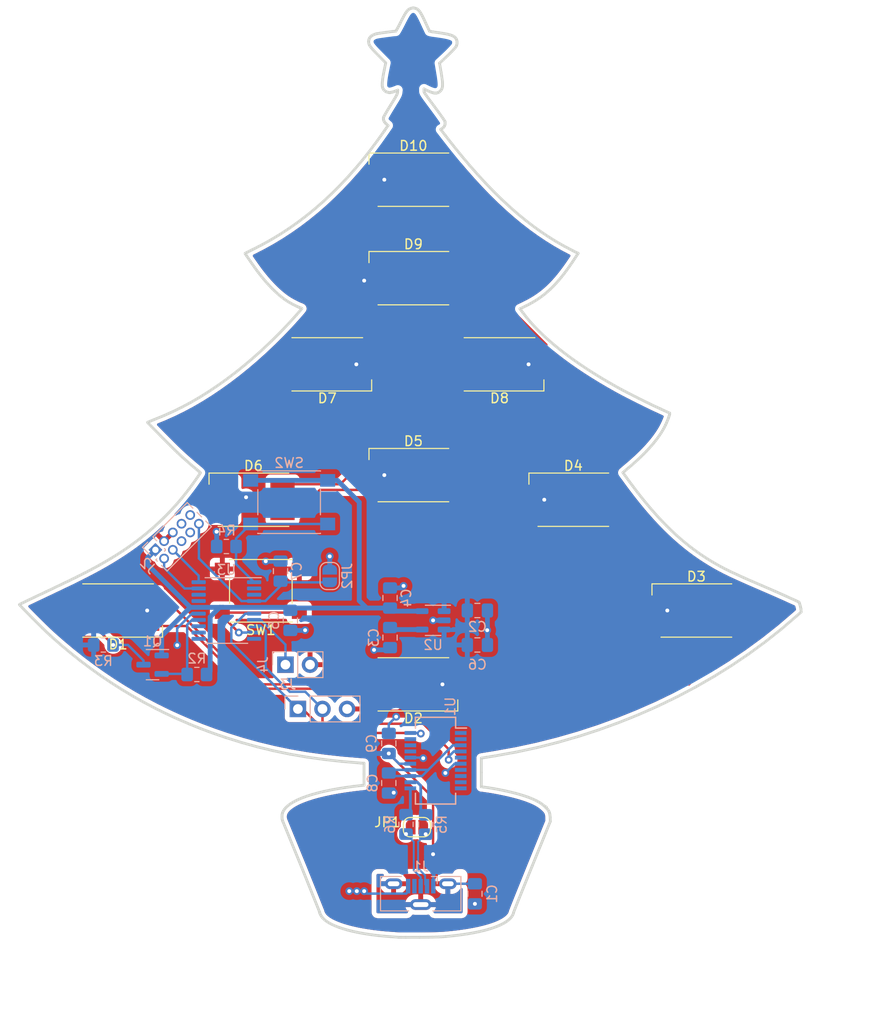
<source format=kicad_pcb>
(kicad_pcb (version 20211014) (generator pcbnew)
  (layers (0 "F.Cu" signal) (31 "B.Cu" signal) (34 "B.Paste" user) (35 "F.Paste" user) (36 "B.SilkS" user "B.Silkscreen") (37 "F.SilkS" user "F.Silkscreen") (38 "B.Mask" user) (39 "F.Mask" user) (44 "Edge.Cuts" user))
  (net 0 "")
  (net 1 "Net-(C1-Pad1)")
  (net 2 "GND")
  (net 3 "+5V")
  (net 4 "Net-(C3-Pad1)")
  (net 5 "+3.3V")
  (net 6 "/3v3 MCU/rst")
  (net 7 "Net-(D1-Pad1)")
  (net 8 "Net-(D1-Pad3)")
  (net 9 "/neopixel string/pxCtrl")
  (net 10 "Net-(D2-Pad1)")
  (net 11 "Net-(D2-Pad3)")
  (net 12 "Net-(D3-Pad1)")
  (net 13 "Net-(D3-Pad3)")
  (net 14 "Net-(D4-Pad1)")
  (net 15 "Net-(D4-Pad3)")
  (net 16 "Net-(D5-Pad1)")
  (net 17 "Net-(D5-Pad3)")
  (net 18 "Net-(D6-Pad1)")
  (net 19 "Net-(D6-Pad3)")
  (net 20 "Net-(D7-Pad1)")
  (net 21 "Net-(D7-Pad3)")
  (net 22 "Net-(D8-Pad1)")
  (net 23 "Net-(D8-Pad3)")
  (net 24 "Net-(D10-Pad6)")
  (net 25 "Net-(D10-Pad4)")
  (net 28 "/UsbD-")
  (net 29 "/UsbD+")
  (net 31 "/3v3 MCU/swdio")
  (net 32 "/3v3 MCU/swclk")
  (net 37 "/3v3 MCU/UartRX")
  (net 38 "/3v3 MCU/UartTX")
  (net 39 "Net-(J4-Pad1)")
  (net 40 "/pxCtrlLV")
  (net 41 "Net-(R4-Pad1)")
  (net 42 "/3v3 MCU/btnA")
  (net 45 "Net-(U1-Pad13)")
  (net 62 "Net-(U1-Pad12)")
  (net 63 "Net-(U1-Pad11)")
  (footprint "Library:LED_WS2813_hand" (layer "F.Cu") (at 64.77 50.8 180)
    (fp_text reference "D8")
    (fp_text value "WS2813B")
  )
  (footprint "Library:LED_WS2813_hand" (layer "F.Cu") (at 25.4 76.2 180)
    (fp_text reference "D1")
    (fp_text value "WS2813B")
  )
  (footprint "Library:LED_WS2813_hand" (layer "F.Cu") (at 39.37 64.77)
    (fp_text reference "D6")
    (fp_text value "WS2813B")
  )
  (footprint "Library:LED_WS2813_hand" (layer "F.Cu") (at 55.88 83.82 180)
    (fp_text reference "D2")
    (fp_text value "WS2813B")
  )
  (footprint "Jumper:SolderJumper-2_P1.3mm_Open_RoundedPad1.0x1.5mm" (layer "F.Cu") (at 56.246 98.552)
    (fp_text reference "JP1")
    (fp_text value "SolderJumper_2_Open" hide)
  )
  (footprint "Library:LED_WS2813_hand" (layer "F.Cu") (at 85.09 76.2)
    (fp_text reference "D3")
    (fp_text value "WS2813B")
  )
  (footprint "Library:LED_WS2813_hand" (layer "F.Cu") (at 55.88 31.75)
    (fp_text reference "D10")
    (fp_text value "WS2813B")
  )
  (footprint "Library:LED_WS2813_hand" (layer "F.Cu") (at 55.88 62.23)
    (fp_text reference "D5")
    (fp_text value "WS2813B")
  )
  (footprint "Button_Switch_SMD:SW_Push_1P1T_NO_6x6mm_H9.5mm" (layer "F.Cu") (at 40.132 74.168 180)
    (fp_text reference "SW1")
    (fp_text value "SW_Push")
  )
  (footprint "Library:LED_WS2813_hand" (layer "F.Cu") (at 46.99 50.8 180)
    (fp_text reference "D7")
    (fp_text value "WS2813B")
  )
  (footprint "Library:LED_WS2813_hand" (layer "F.Cu") (at 55.88 41.91)
    (fp_text reference "D9")
    (fp_text value "WS2813B")
  )
  (footprint "Library:LED_WS2813_hand" (layer "F.Cu") (at 72.39 64.77)
    (fp_text reference "D4")
    (fp_text value "WS2813B")
  )
  (footprint "Package_TO_SOT_SMD:SOT-23-5" (layer "B.Cu") (at 57.912 77.216 180)
    (fp_text reference "U2")
    (fp_text value "AP2202K-3.3")
  )
  (footprint "Connector_PinHeader_1.27mm:PinHeader_2x05_P1.27mm_Vertical" (layer "B.Cu") (at 29.250936 69.941181 -45)
    (fp_text reference "J2")
    (fp_text value "Conn_ARM_JTAG_SWD_10" hide)
  )
  (footprint "Capacitor_SMD:C_0805_2012Metric_Pad1.18x1.45mm_HandSolder" (layer "B.Cu") (at 53.467 78.994 -90)
    (fp_text reference "C3")
    (fp_text value "10n")
  )
  (footprint "Button_Switch_SMD:SW_Push_1P1T_NO_6x6mm_H9.5mm" (layer "B.Cu") (at 43.053 65.024 180)
    (fp_text reference "SW2")
    (fp_text value "SW_Push")
  )
  (footprint "Capacitor_SMD:C_0805_2012Metric_Pad1.18x1.45mm_HandSolder" (layer "B.Cu") (at 53.34 89.916 90)
    (fp_text reference "C9")
    (fp_text value "1u")
  )
  (footprint "Connector_PinHeader_2.54mm:PinHeader_1x02_P2.54mm_Vertical" (layer "B.Cu") (at 42.672 81.788 -90)
    (fp_text reference "J4")
    (fp_text value "Conn_01x02_Male")
  )
  (footprint "Capacitor_SMD:C_0805_2012Metric_Pad1.18x1.45mm_HandSolder" (layer "B.Cu") (at 62.484 79.756)
    (fp_text reference "C6")
    (fp_text value "4u7")
  )
  (footprint "Connector_PinHeader_2.54mm:PinHeader_1x03_P2.54mm_Vertical" (layer "B.Cu") (at 43.957 86.36 -90)
    (fp_text reference "J3")
    (fp_text value "Conn_01x03_Male" hide)
  )
  (footprint "Jumper:SolderJumper-2_P1.3mm_Open_RoundedPad1.0x1.5mm" (layer "B.Cu") (at 47.244 72.644 90)
    (fp_text reference "JP2")
    (fp_text value "SolderJumper_2_Open")
  )
  (footprint "Capacitor_SMD:C_0805_2012Metric_Pad1.18x1.45mm_HandSolder" (layer "B.Cu") (at 62.484 76.2)
    (fp_text reference "C2")
    (fp_text value "1u")
  )
  (footprint "Resistor_SMD:R_0805_2012Metric_Pad1.20x1.40mm_HandSolder" (layer "B.Cu") (at 57.15 98.282 90)
    (fp_text reference "R5")
    (fp_text value "27")
  )
  (footprint "Package_SO:SSOP-20_3.9x8.7mm_P0.635mm" (layer "B.Cu") (at 58.166 91.694 180)
    (fp_text reference "U1")
    (fp_text value "FT231XS")
  )
  (footprint "Resistor_SMD:R_0805_2012Metric_Pad1.20x1.40mm_HandSolder" (layer "B.Cu") (at 23.876 79.756)
    (fp_text reference "R3")
    (fp_text value "10k")
  )
  (footprint "Capacitor_SMD:C_0805_2012Metric_Pad1.18x1.45mm_HandSolder" (layer "B.Cu") (at 53.34 94.0015 -90)
    (fp_text reference "C8")
    (fp_text value "10n")
  )
  (footprint "Package_SO:TSSOP-20_4.4x6.5mm_P0.65mm" (layer "B.Cu") (at 36.576 76.2 180)
    (fp_text reference "U3")
    (fp_text value "STM32L011F4Px")
  )
  (footprint "Capacitor_SMD:C_0805_2012Metric_Pad1.18x1.45mm_HandSolder" (layer "B.Cu") (at 62.23 105.4315 -90)
    (fp_text reference "C1")
    (fp_text value "10n")
  )
  (footprint "Resistor_SMD:R_0805_2012Metric_Pad1.20x1.40mm_HandSolder" (layer "B.Cu") (at 33.528 82.804 180)
    (fp_text reference "R2")
    (fp_text value "10k")
  )
  (footprint "Capacitor_SMD:C_0805_2012Metric_Pad1.18x1.45mm_HandSolder" (layer "B.Cu") (at 53.467 74.9085 90)
    (fp_text reference "C4")
    (fp_text value "1u")
  )
  (footprint "Capacitor_SMD:C_0805_2012Metric_Pad1.18x1.45mm_HandSolder" (layer "B.Cu") (at 43.18 77.216 -90)
    (fp_text reference "C5")
    (fp_text value "10n")
  )
  (footprint "Resistor_SMD:R_0805_2012Metric_Pad1.20x1.40mm_HandSolder" (layer "B.Cu") (at 55.118 98.266 -90)
    (fp_text reference "R6")
    (fp_text value "27")
  )
  (footprint "Connector_USB:USB_Micro-B_Molex-105133-0001" (layer "B.Cu") (at 56.636 105.469 180)
    (fp_text reference "J1")
    (fp_text value "USB_B_Micro")
  )
  (footprint "Package_TO_SOT_SMD:SOT-23" (layer "B.Cu") (at 28.956 81.788 180)
    (fp_text reference "Q1")
    (fp_text value "BSN20")
  )
  (footprint "Capacitor_SMD:C_0805_2012Metric_Pad1.18x1.45mm_HandSolder" (layer "B.Cu") (at 42.164 72.136 90)
    (fp_text reference "C7")
    (fp_text value "10n")
  )
  (footprint "Resistor_SMD:R_0805_2012Metric_Pad1.20x1.40mm_HandSolder" (layer "B.Cu") (at 36.576 69.596 180)
    (fp_text reference "R4")
    (fp_text value "10k")
  )
  (gr_line (start 64.213536 108.906251) (end 63.983738 108.984649) (layer "Edge.Cuts") (width 0.285749))
  (gr_line (start 59.107009 26.165347) (end 59.083536 26.213437) (layer "Edge.Cuts") (width 0.285749))
  (gr_line (start 86.18281 70.839325) (end 86.728862 71.174538) (layer "Edge.Cuts") (width 0.285749))
  (gr_line (start 69.743301 43.291994) (end 69.45412 43.536292) (layer "Edge.Cuts") (width 0.285749))
  (gr_line (start 62.891701 92.9111) (end 62.891701 94.385174) (layer "Edge.Cuts") (width 0.285749))
  (gr_line (start 58.503377 22.722499) (end 58.471403 22.740405) (layer "Edge.Cuts") (width 0.285749))
  (gr_line (start 53.438154 22.75571) (end 53.402095 22.755566) (layer "Edge.Cuts") (width 0.285749))
  (gr_line (start 38.65031 39.280927) (end 38.746885 39.229314) (layer "Edge.Cuts") (width 0.285749))
  (gr_line (start 51.796754 16.779351) (end 51.879792 16.746645) (layer "Edge.Cuts") (width 0.285749))
  (gr_line (start 79.063443 60.619738) (end 78.745157 60.909527) (layer "Edge.Cuts") (width 0.285749))
  (gr_line (start 33.655488 62.356411) (end 33.773947 62.177556) (layer "Edge.Cuts") (width 0.285749))
  (gr_line (start 28.454544 56.79541) (end 28.456505 56.792748) (layer "Edge.Cuts") (width 0.285749))
  (gr_line (start 42.068851 43.688526) (end 41.889126 43.533791) (layer "Edge.Cuts") (width 0.285749))
  (gr_line (start 52.726009 21.236316) (end 52.746865 21.099953) (layer "Edge.Cuts") (width 0.285749))
  (gr_line (start 38.510794 50.84148) (end 39.431411 50.057008) (layer "Edge.Cuts") (width 0.285749))
  (gr_line (start 19.442441 79.702248) (end 18.434276 78.81446) (layer "Edge.Cuts") (width 0.285749))
  (gr_line (start 46.188075 107.29337) (end 44.374082 102.769413) (layer "Edge.Cuts") (width 0.285749))
  (gr_line (start 59.148784 25.8023) (end 59.153263 25.828964) (layer "Edge.Cuts") (width 0.285749))
  (gr_line (start 44.869477 91.322495) (end 43.148176 91.026192) (layer "Edge.Cuts") (width 0.285749))
  (gr_line (start 20.464555 80.557797) (end 19.442441 79.702248) (layer "Edge.Cuts") (width 0.285749))
  (gr_line (start 53.738556 22.702501) (end 53.682249 22.717963) (layer "Edge.Cuts") (width 0.285749))
  (gr_line (start 51.757375 16.797005) (end 51.796754 16.779351) (layer "Edge.Cuts") (width 0.285749))
  (gr_line (start 23.619559 82.93389) (end 22.552618 82.173329) (layer "Edge.Cuts") (width 0.285749))
  (gr_line (start 52.929167 22.580034) (end 52.9039 22.557755) (layer "Edge.Cuts") (width 0.285749))
  (gr_line (start 55.54897 14.098301) (end 55.604163 14.075733) (layer "Edge.Cuts") (width 0.285749))
  (gr_line (start 28.456505 56.792748) (end 28.465302 56.785617) (layer "Edge.Cuts") (width 0.285749))
  (gr_line (start 56.419865 14.268834) (end 56.462148 14.315869) (layer "Edge.Cuts") (width 0.285749))
  (gr_line (start 57.84371 109.901755) (end 57.453502 109.908327) (layer "Edge.Cuts") (width 0.285749))
  (gr_line (start 54.212259 16.172049) (end 54.283195 16.043287) (layer "Edge.Cuts") (width 0.285749))
  (gr_line (start 44.014328 45.465678) (end 44.188525 45.260522) (layer "Edge.Cuts") (width 0.285749))
  (gr_line (start 42.342502 97.772323) (end 42.330759 97.713918) (layer "Edge.Cuts") (width 0.285749))
  (gr_line (start 59.141258 26.065351) (end 59.126278 26.11592) (layer "Edge.Cuts") (width 0.285749))
  (gr_line (start 40.343786 49.237481) (end 41.242456 48.387933) (layer "Edge.Cuts") (width 0.285749))
  (gr_line (start 41.161533 42.83468) (end 40.978141 42.64054) (layer "Edge.Cuts") (width 0.285749))
  (gr_line (start 57.585377 16.43274) (end 57.603981 16.438649) (layer "Edge.Cuts") (width 0.285749))
  (gr_line (start 31.249673 59.640627) (end 30.827966 59.224041) (layer "Edge.Cuts") (width 0.285749))
  (gr_line (start 44.331299 45.028827) (end 44.323771 45.023197) (layer "Edge.Cuts") (width 0.285749))
  (gr_line (start 58.565197 22.680786) (end 58.534628 22.702626) (layer "Edge.Cuts") (width 0.285749))
  (gr_line (start 28.868001 57.240572) (end 28.570485 56.929311) (layer "Edge.Cuts") (width 0.285749))
  (gr_line (start 82.259063 56.190349) (end 82.22939 56.276928) (layer "Edge.Cuts") (width 0.285749))
  (gr_line (start 58.805928 21.071864) (end 58.854944 21.427377) (layer "Edge.Cuts") (width 0.285749))
  (gr_line (start 69.930369 97.083205) (end 69.949388 97.15244) (layer "Edge.Cuts") (width 0.285749))
  (gr_line (start 44.364358 95.548554) (end 44.861383 95.364229) (layer "Edge.Cuts") (width 0.285749))
  (gr_line (start 36.516953 89.311797) (end 36.516953 89.311797) (layer "Edge.Cuts") (width 0.285749))
  (gr_line (start 18.072537 78.477058) (end 17.602716 78.023704) (layer "Edge.Cuts") (width 0.285749))
  (gr_line (start 54.359877 109.913937) (end 54.359876 109.913935) (layer "Edge.Cuts") (width 0.285749))
  (gr_line (start 68.134845 102.584833) (end 66.80088 105.885671) (layer "Edge.Cuts") (width 0.285749))
  (gr_line (start 67.191616 45.484114) (end 67.561535 45.961235) (layer "Edge.Cuts") (width 0.285749))
  (gr_line (start 69.604406 96.54335) (end 69.6041 96.544381) (layer "Edge.Cuts") (width 0.285749))
  (gr_line (start 69.596787 96.5217) (end 69.599742 96.525335) (layer "Edge.Cuts") (width 0.285749))
  (gr_line (start 69.587542 96.548374) (end 69.585012 96.547032) (layer "Edge.Cuts") (width 0.285749))
  (gr_line (start 26.423143 69.684063) (end 26.991132 69.279523) (layer "Edge.Cuts") (width 0.285749))
  (gr_line (start 57.557716 23.534914) (end 57.696425 23.722209) (layer "Edge.Cuts") (width 0.285749))
  (gr_line (start 71.426234 41.457793) (end 71.145825 41.813162) (layer "Edge.Cuts") (width 0.285749))
  (gr_line (start 69.492715 96.444588) (end 69.488948 96.439078) (layer "Edge.Cuts") (width 0.285749))
  (gr_line (start 52.791794 25.520106) (end 52.787696 25.477375) (layer "Edge.Cuts") (width 0.285749))
  (gr_line (start 52.806285 25.30545) (end 52.806285 25.30545) (layer "Edge.Cuts") (width 0.285749))
  (gr_line (start 57.410732 16.144665) (end 57.500597 16.331194) (layer "Edge.Cuts") (width 0.285749))
  (gr_line (start 86.728862 71.174538) (end 87.18288 71.438754) (layer "Edge.Cuts") (width 0.285749))
  (gr_line (start 44.257785 44.98696) (end 44.244034 44.980935) (layer "Edge.Cuts") (width 0.285749))
  (gr_line (start 15.329288 75.721899) (end 15.253319 75.633571) (layer "Edge.Cuts") (width 0.285749))
  (gr_line (start 52.797598 20.807197) (end 52.860247 20.488975) (layer "Edge.Cuts") (width 0.285749))
  (gr_line (start 69.159187 43.766145) (end 68.857275 43.982715) (layer "Edge.Cuts") (width 0.285749))
  (gr_line (start 66.229049 107.340271) (end 66.198578 107.453948) (layer "Edge.Cuts") (width 0.285749))
  (gr_line (start 57.603981 16.438649) (end 57.625366 16.444726) (layer "Edge.Cuts") (width 0.285749))
  (gr_line (start 51.645042 18.270265) (end 51.564611 18.175886) (layer "Edge.Cuts") (width 0.285749))
  (gr_line (start 62.891701 94.385174) (end 62.891701 94.385174) (layer "Edge.Cuts") (width 0.285749))
  (gr_line (start 28.559492 56.735695) (end 28.637402 56.699942) (layer "Edge.Cuts") (width 0.285749))
  (gr_line (start 32.980939 61.207526) (end 32.504389 60.794584) (layer "Edge.Cuts") (width 0.285749))
  (gr_line (start 33.860085 61.966259) (end 33.845585 61.950765) (layer "Edge.Cuts") (width 0.285749))
  (gr_line (start 69.60242 96.547731) (end 69.601888 96.548375) (layer "Edge.Cuts") (width 0.285749))
  (gr_line (start 46.550319 107.958269) (end 46.518602 107.922197) (layer "Edge.Cuts") (width 0.285749))
  (gr_line (start 58.299361 22.800477) (end 58.262247 22.806608) (layer "Edge.Cuts") (width 0.285749))
  (gr_line (start 62.981617 91.41875) (end 62.981617 91.41875) (layer "Edge.Cuts") (width 0.285749))
  (gr_line (start 51.351176 17.870207) (end 51.32066 17.805689) (layer "Edge.Cuts") (width 0.285749))
  (gr_line (start 50.783287 91.963479) (end 50.413639 91.936939) (layer "Edge.Cuts") (width 0.285749))
  (gr_line (start 15.253319 75.633571) (end 15.229115 75.59538) (layer "Edge.Cuts") (width 0.285749))
  (gr_line (start 51.399488 17.073127) (end 51.421037 17.045776) (layer "Edge.Cuts") (width 0.285749))
  (gr_line (start 17.994697 74.247053) (end 20.233108 73.178877) (layer "Edge.Cuts") (width 0.285749))
  (gr_line (start 69.488948 96.439078) (end 69.486459 96.434942) (layer "Edge.Cuts") (width 0.285749))
  (gr_line (start 68.348899 95.718431) (end 68.488239 95.784594) (layer "Edge.Cuts") (width 0.285749))
  (gr_line (start 40.242679 41.790605) (end 40.059019 41.560457) (layer "Edge.Cuts") (width 0.285749))
  (gr_line (start 51.283343 17.318269) (end 51.292312 17.285147) (layer "Edge.Cuts") (width 0.285749))
  (gr_line (start 51.292312 17.285147) (end 51.302884 17.252717) (layer "Edge.Cuts") (width 0.285749))
  (gr_line (start 49.032036 31.563401) (end 49.82635 30.671615) (layer "Edge.Cuts") (width 0.285749))
  (gr_line (start 58.262247 22.806608) (end 58.224139 22.810781) (layer "Edge.Cuts") (width 0.285749))
  (gr_line (start 69.907462 97.017045) (end 69.930369 97.083205) (layer "Edge.Cuts") (width 0.285749))
  (gr_line (start 38.558 39.441337) (end 38.526171 39.38812) (layer "Edge.Cuts") (width 0.285749))
  (gr_line (start 54.83726 14.973783) (end 54.954087 14.761622) (layer "Edge.Cuts") (width 0.285749))
  (gr_line (start 53.917493 22.645788) (end 53.857989 22.665857) (layer "Edge.Cuts") (width 0.285749))
  (gr_line (start 44.229701 44.975035) (end 44.214864 44.969307) (layer "Edge.Cuts") (width 0.285749))
  (gr_line (start 54.359861 109.913924) (end 54.35986 109.913924) (layer "Edge.Cuts") (width 0.285749))
  (gr_line (start 81.460704 57.857464) (end 81.286907 58.120691) (layer "Edge.Cuts") (width 0.285749))
  (gr_line (start 72.875826 39.34696) (end 72.875826 39.34696) (layer "Edge.Cuts") (width 0.285749))
  (gr_line (start 25.242082 70.465945) (end 25.840237 70.079438) (layer "Edge.Cuts") (width 0.285749))
  (gr_line (start 81.413954 55.409659) (end 81.413954 55.409659) (layer "Edge.Cuts") (width 0.285749))
  (gr_line (start 95.719716 75.426441) (end 95.735177 75.46774) (layer "Edge.Cuts") (width 0.285749))
  (gr_line (start 40.270973 38.453806) (end 41.219989 37.92525) (layer "Edge.Cuts") (width 0.285749))
  (gr_line (start 59.200065 16.695495) (end 59.379023 16.732509) (layer "Edge.Cuts") (width 0.285749))
  (gr_line (start 52.20183 16.665567) (end 52.437693 16.628583) (layer "Edge.Cuts") (width 0.285749))
  (gr_line (start 69.597772 96.550635) (end 69.596935 96.550746) (layer "Edge.Cuts") (width 0.285749))
  (gr_line (start 57.528522 16.386448) (end 57.542911 16.411729) (layer "Edge.Cuts") (width 0.285749))
  (gr_line (start 69.723227 96.707981) (end 69.770452 96.769219) (layer "Edge.Cuts") (width 0.285749))
  (gr_line (start 69.589913 96.549422) (end 69.587542 96.548374) (layer "Edge.Cuts") (width 0.285749))
  (gr_line (start 54.027019 22.604931) (end 54.027019 22.604931) (layer "Edge.Cuts") (width 0.285749))
  (gr_line (start 69.598566 96.550449) (end 69.597772 96.550635) (layer "Edge.Cuts") (width 0.285749))
  (gr_line (start 60.709575 109.67452) (end 59.973151 109.763878) (layer "Edge.Cuts") (width 0.285749))
  (gr_line (start 58.736314 20.643329) (end 58.805928 21.071864) (layer "Edge.Cuts") (width 0.285749))
  (gr_line (start 20.233108 73.178877) (end 21.156268 72.725323) (layer "Edge.Cuts") (width 0.285749))
  (gr_line (start 50.783287 94.224968) (end 50.783287 93.094228) (layer "Edge.Cuts") (width 0.285749))
  (gr_line (start 65.014464 108.568366) (end 64.832166 108.656413) (layer "Edge.Cuts") (width 0.285749))
  (gr_line (start 58.999192 16.658675) (end 59.200065 16.695495) (layer "Edge.Cuts") (width 0.285749))
  (gr_line (start 53.065804 25.978561) (end 53.065804 25.978561) (layer "Edge.Cuts") (width 0.285749))
  (gr_line (start 79.184447 86.920783) (end 77.148999 87.740035) (layer "Edge.Cuts") (width 0.285749))
  (gr_line (start 56.98069 22.622127) (end 56.982479 22.6381) (layer "Edge.Cuts") (width 0.285749))
  (gr_line (start 69.894449 96.984901) (end 69.907462 97.017045) (layer "Edge.Cuts") (width 0.285749))
  (gr_line (start 52.917806 25.814838) (end 52.889415 25.773303) (layer "Edge.Cuts") (width 0.285749))
  (gr_line (start 55.443677 14.157095) (end 55.495387 14.125424) (layer "Edge.Cuts") (width 0.285749))
  (gr_line (start 95.678075 75.339223) (end 95.690929 75.361326) (layer "Edge.Cuts") (width 0.285749))
  (gr_line (start 36.666684 52.285122) (end 37.587397 51.585863) (layer "Edge.Cuts") (width 0.285749))
  (gr_line (start 64.978883 33.767185) (end 65.785155 34.516951) (layer "Edge.Cuts") (width 0.285749))
  (gr_line (start 58.889563 21.843851) (end 58.890662 21.956128) (layer "Edge.Cuts") (width 0.285749))
  (gr_line (start 54.26844 22.507413) (end 54.027019 22.604931) (layer "Edge.Cuts") (width 0.285749))
  (gr_line (start 55.394104 14.193304) (end 55.394104 14.193304) (layer "Edge.Cuts") (width 0.285749))
  (gr_line (start 51.34413 17.159656) (end 51.361026 17.130076) (layer "Edge.Cuts") (width 0.285749))
  (gr_line (start 55.660702 14.05773) (end 55.718323 14.044301) (layer "Edge.Cuts") (width 0.285749))
  (gr_line (start 28.501252 56.764643) (end 28.52775 56.751093) (layer "Edge.Cuts") (width 0.285749))
  (gr_line (start 52.945496 25.035371) (end 53.034975 24.879205) (layer "Edge.Cuts") (width 0.285749))
  (gr_line (start 57.728396 22.727783) (end 57.620833 22.687376) (layer "Edge.Cuts") (width 0.285749))
  (gr_line (start 31.924184 64.664559) (end 32.350159 64.139562) (layer "Edge.Cuts") (width 0.285749))
  (gr_line (start 35.2474 88.877327) (end 33.998749 88.414654) (layer "Edge.Cuts") (width 0.285749))
  (gr_line (start 51.263666 17.457491) (end 51.266138 17.421693) (layer "Edge.Cuts") (width 0.285749))
  (gr_line (start 42.775903 96.47999) (end 42.898071 96.368929) (layer "Edge.Cuts") (width 0.285749))
  (gr_line (start 62.662199 109.338468) (end 62.054876 109.461539) (layer "Edge.Cuts") (width 0.285749))
  (gr_line (start 42.333201 97.230375) (end 42.345722 97.172116) (layer "Edge.Cuts") (width 0.285749))
  (gr_line (start 58.224139 22.810781) (end 58.185001 22.812996) (layer "Edge.Cuts") (width 0.285749))
  (gr_line (start 41.889126 43.533791) (end 41.708395 43.370903) (layer "Edge.Cuts") (width 0.285749))
  (gr_line (start 58.061013 22.807914) (end 58.017364 22.802313) (layer "Edge.Cuts") (width 0.285749))
  (gr_line (start 66.028436 107.783166) (end 65.945803 107.888852) (layer "Edge.Cuts") (width 0.285749))
  (gr_line (start 54.359867 109.91393) (end 54.359866 109.913929) (layer "Edge.Cuts") (width 0.285749))
  (gr_line (start 95.690929 75.361326) (end 95.704888 75.390684) (layer "Edge.Cuts") (width 0.285749))
  (gr_line (start 69.603833 96.531369) (end 69.604898 96.533697) (layer "Edge.Cuts") (width 0.285749))
  (gr_line (start 59.905633 16.891521) (end 59.997458 16.936273) (layer "Edge.Cuts") (width 0.285749))
  (gr_line (start 46.550319 107.958269) (end 46.550319 107.958269) (layer "Edge.Cuts") (width 0.285749))
  (gr_line (start 81.413954 55.409659) (end 81.758363 55.565712) (layer "Edge.Cuts") (width 0.285749))
  (gr_line (start 95.434244 76.771934) (end 93.850264 78.128858) (layer "Edge.Cuts") (width 0.285749))
  (gr_line (start 47.519199 108.614897) (end 47.218526 108.459455) (layer "Edge.Cuts") (width 0.285749))
  (gr_line (start 58.947919 25.441499) (end 59.044644 25.587319) (layer "Edge.Cuts") (width 0.285749))
  (gr_line (start 44.323771 45.023197) (end 44.315124 45.017374) (layer "Edge.Cuts") (width 0.285749))
  (gr_line (start 95.87929 76.04293) (end 95.883879 76.083948) (layer "Edge.Cuts") (width 0.285749))
  (gr_line (start 57.059204 22.82619) (end 57.077726 22.856967) (layer "Edge.Cuts") (width 0.285749))
  (gr_line (start 76.97821 53.190617) (end 76.97821 53.190617) (layer "Edge.Cuts") (width 0.285749))
  (gr_line (start 54.125244 16.322064) (end 54.15133 16.278404) (layer "Edge.Cuts") (width 0.285749))
  (gr_line (start 42.310412 97.472016) (end 42.312037 97.410878) (layer "Edge.Cuts") (width 0.285749))
  (gr_line (start 68.874452 47.403917) (end 69.378455 47.887516) (layer "Edge.Cuts") (width 0.285749))
  (gr_line (start 95.863725 75.947552) (end 95.872493 75.997179) (layer "Edge.Cuts") (width 0.285749))
  (gr_line (start 69.599742 96.525335) (end 69.602103 96.52857) (layer "Edge.Cuts") (width 0.285749))
  (gr_line (start 60.195592 18.12882) (end 60.142039 18.193266) (layer "Edge.Cuts") (width 0.285749))
  (gr_line (start 33.845585 61.950765) (end 33.827436 61.932432) (layer "Edge.Cuts") (width 0.285749))
  (gr_line (start 60.318127 17.940188) (end 60.296416 17.985875) (layer "Edge.Cuts") (width 0.285749))
  (gr_line (start 46.2074 107.386414) (end 46.196971 107.351032) (layer "Edge.Cuts") (width 0.285749))
  (gr_line (start 67.347904 95.331245) (end 67.347904 95.331245) (layer "Edge.Cuts") (width 0.285749))
  (gr_line (start 31.48697 65.177118) (end 31.924184 64.664559) (layer "Edge.Cuts") (width 0.285749))
  (gr_line (start 57.946642 16.504285) (end 58.525721 16.583805) (layer "Edge.Cuts") (width 0.285749))
  (gr_line (start 69.670162 96.645637) (end 69.723227 96.707981) (layer "Edge.Cuts") (width 0.285749))
  (gr_line (start 52.901801 109.806369) (end 52.28286 109.744821) (layer "Edge.Cuts") (width 0.285749))
  (gr_line (start 56.993795 22.688689) (end 57.000142 22.707342) (layer "Edge.Cuts") (width 0.285749))
  (gr_line (start 79.658046 60.046541) (end 79.367776 60.332034) (layer "Edge.Cuts") (width 0.285749))
  (gr_line (start 53.130803 22.700584) (end 53.099612 22.687307) (layer "Edge.Cuts") (width 0.285749))
  (gr_line (start 33.14503 63.085238) (end 33.505199 62.575943) (layer "Edge.Cuts") (width 0.285749))
  (gr_line (start 44.346396 45.044104) (end 44.344715 45.041759) (layer "Edge.Cuts") (width 0.285749))
  (gr_line (start 95.798608 75.671234) (end 95.827964 75.783973) (layer "Edge.Cuts") (width 0.285749))
  (gr_line (start 79.062648 64.071314) (end 79.568517 64.711487) (layer "Edge.Cuts") (width 0.285749))
  (gr_line (start 51.389983 17.938274) (end 51.351176 17.870207) (layer "Edge.Cuts") (width 0.285749))
  (gr_line (start 69.472675 96.444995) (end 69.545212 96.51484) (layer "Edge.Cuts") (width 0.285749))
  (gr_line (start 59.044644 25.587319) (end 59.108092 25.690806) (layer "Edge.Cuts") (width 0.285749))
  (gr_line (start 57.878913 22.773811) (end 57.830133 22.760414) (layer "Edge.Cuts") (width 0.285749))
  (gr_line (start 68.746499 95.919967) (end 68.866118 95.989544) (layer "Edge.Cuts") (width 0.285749))
  (gr_line (start 60.292419 17.212604) (end 60.292419 17.212604) (layer "Edge.Cuts") (width 0.285749))
  (gr_line (start 39.145747 39.026159) (end 39.30429 38.948018) (layer "Edge.Cuts") (width 0.285749))
  (gr_line (start 64.202836 94.579834) (end 64.776337 94.686415) (layer "Edge.Cuts") (width 0.285749))
  (gr_line (start 58.808804 26.496019) (end 58.808804 26.496019) (layer "Edge.Cuts") (width 0.285749))
  (gr_line (start 58.736314 20.643329) (end 58.736314 20.643329) (layer "Edge.Cuts") (width 0.285749))
  (gr_line (start 58.8771 22.147758) (end 58.862406 22.22941) (layer "Edge.Cuts") (width 0.285749))
  (gr_line (start 44.255561 45.179187) (end 44.306226 45.115607) (layer "Edge.Cuts") (width 0.285749))
  (gr_line (start 28.637402 56.699942) (end 28.732359 56.658553) (layer "Edge.Cuts") (width 0.285749))
  (gr_line (start 33.879483 61.993685) (end 33.878921 61.991246) (layer "Edge.Cuts") (width 0.285749))
  (gr_line (start 24.628342 70.843881) (end 24.628342 70.843881) (layer "Edge.Cuts") (width 0.285749))
  (gr_line (start 68.693682 90.332417) (end 66.517147 90.802087) (layer "Edge.Cuts") (width 0.285749))
  (gr_line (start 55.054853 14.59256) (end 55.100725 14.521784) (layer "Edge.Cuts") (width 0.285749))
  (gr_line (start 53.262123 22.739749) (end 53.228386 22.732093) (layer "Edge.Cuts") (width 0.285749))
  (gr_line (start 55.895042 14.03154) (end 55.954353 14.036491) (layer "Edge.Cuts") (width 0.285749))
  (gr_line (start 32.023058 60.364564) (end 31.539764 59.919947) (layer "Edge.Cuts") (width 0.285749))
  (gr_line (start 38.997841 39.100225) (end 39.145747 39.026159) (layer "Edge.Cuts") (width 0.285749))
  (gr_line (start 65.945803 107.888852) (end 65.850371 107.992454) (layer "Edge.Cuts") (width 0.285749))
  (gr_line (start 53.857989 22.665857) (end 53.79774 22.684947) (layer "Edge.Cuts") (width 0.285749))
  (gr_line (start 58.750496 22.488421) (end 58.709152 22.542022) (layer "Edge.Cuts") (width 0.285749))
  (gr_line (start 80.676288 58.92923) (end 80.443373 59.204605) (layer "Edge.Cuts") (width 0.285749))
  (gr_line (start 55.22756 14.352932) (end 55.268261 14.307931) (layer "Edge.Cuts") (width 0.285749))
  (gr_line (start 54.227859 22.809213) (end 54.240486 22.734262) (layer "Edge.Cuts") (width 0.285749))
  (gr_line (start 53.682249 22.717963) (end 53.630628 22.730779) (layer "Edge.Cuts") (width 0.285749))
  (gr_line (start 60.375638 17.743724) (end 60.365658 17.794341) (layer "Edge.Cuts") (width 0.285749))
  (gr_line (start 34.773142 53.599256) (end 35.71147 52.968338) (layer "Edge.Cuts") (width 0.285749))
  (gr_line (start 95.872493 75.997179) (end 95.87929 76.04293) (layer "Edge.Cuts") (width 0.285749))
  (gr_line (start 82.306022 55.823164) (end 82.331721 55.837858) (layer "Edge.Cuts") (width 0.285749))
  (gr_line (start 54.591969 109.91853) (end 54.35988 109.913939) (layer "Edge.Cuts") (width 0.285749))
  (gr_line (start 33.75329 61.862405) (end 33.689649 61.805211) (layer "Edge.Cuts") (width 0.285749))
  (gr_line (start 54.359874 109.913934) (end 54.359873 109.913933) (layer "Edge.Cuts") (width 0.285749))
  (gr_line (start 39.30429 38.948018) (end 39.30429 38.948018) (layer "Edge.Cuts") (width 0.285749))
  (gr_line (start 57.438154 23.372451) (end 57.557716 23.534914) (layer "Edge.Cuts") (width 0.285749))
  (gr_line (start 69.514445 96.449365) (end 69.53533 96.465586) (layer "Edge.Cuts") (width 0.285749))
  (gr_line (start 71.996762 40.678155) (end 71.709471 41.079844) (layer "Edge.Cuts") (width 0.285749))
  (gr_line (start 57.569761 16.427045) (end 57.585377 16.43274) (layer "Edge.Cuts") (width 0.285749))
  (gr_line (start 51.275985 17.352073) (end 51.283343 17.318269) (layer "Edge.Cuts") (width 0.285749))
  (gr_line (start 78.191468 62.91651) (end 78.55229 63.402365) (layer "Edge.Cuts") (width 0.285749))
  (gr_line (start 72.709184 39.617836) (end 72.521288 39.904183) (layer "Edge.Cuts") (width 0.285749))
  (gr_line (start 60.336903 17.892851) (end 60.318127 17.940188) (layer "Edge.Cuts") (width 0.285749))
  (gr_line (start 55.835757 14.031197) (end 55.895042 14.03154) (layer "Edge.Cuts") (width 0.285749))
  (gr_line (start 46.565456 34.012544) (end 47.401988 33.233505) (layer "Edge.Cuts") (width 0.285749))
  (gr_line (start 42.774985 44.223219) (end 42.774985 44.223219) (layer "Edge.Cuts") (width 0.285749))
  (gr_line (start 54.359873 109.913933) (end 54.359871 109.913933) (layer "Edge.Cuts") (width 0.285749))
  (gr_line (start 60.239534 18.072397) (end 60.195592 18.12882) (layer "Edge.Cuts") (width 0.285749))
  (gr_line (start 56.978781 22.573094) (end 56.978781 22.573094) (layer "Edge.Cuts") (width 0.285749))
  (gr_line (start 54.218046 22.847703) (end 54.227859 22.809213) (layer "Edge.Cuts") (width 0.285749))
  (gr_line (start 37.587397 51.585863) (end 38.510794 50.84148) (layer "Edge.Cuts") (width 0.285749))
  (gr_line (start 44.346612 45.059423) (end 44.349454 45.052491) (layer "Edge.Cuts") (width 0.285749))
  (gr_line (start 59.537563 16.770166) (end 59.677181 16.80892) (layer "Edge.Cuts") (width 0.285749))
  (gr_line (start 69.538881 96.503494) (end 69.5344 96.498193) (layer "Edge.Cuts") (width 0.285749))
  (gr_line (start 69.603749 96.545335) (end 69.603351 96.546211) (layer "Edge.Cuts") (width 0.285749))
  (gr_line (start 56.644768 14.577667) (end 56.695389 14.664174) (layer "Edge.Cuts") (width 0.285749))
  (gr_line (start 60.25033 17.148822) (end 60.292419 17.212604) (layer "Edge.Cuts") (width 0.285749))
  (gr_line (start 69.383068 96.363648) (end 69.472675 96.444995) (layer "Edge.Cuts") (width 0.285749))
  (gr_line (start 54.36214 15.895681) (end 54.447094 15.732797) (layer "Edge.Cuts") (width 0.285749))
  (gr_line (start 69.088078 96.133392) (end 69.191119 96.208029) (layer "Edge.Cuts") (width 0.285749))
  (gr_line (start 60.352746 17.844143) (end 60.336903 17.892851) (layer "Edge.Cuts") (width 0.285749))
  (gr_line (start 50.783287 91.963479) (end 50.783287 91.963479) (layer "Edge.Cuts") (width 0.285749))
  (gr_line (start 41.344463 43.021212) (end 41.161533 42.83468) (layer "Edge.Cuts") (width 0.285749))
  (gr_line (start 50.533524 94.251558) (end 50.783287 94.224968) (layer "Edge.Cuts") (width 0.285749))
  (gr_line (start 79.367776 60.332034) (end 79.063443 60.619738) (layer "Edge.Cuts") (width 0.285749))
  (gr_line (start 81.939824 56.985495) (end 81.891323 57.088416) (layer "Edge.Cuts") (width 0.285749))
  (gr_line (start 69.60069 96.549434) (end 69.600026 96.549848) (layer "Edge.Cuts") (width 0.285749))
  (gr_line (start 54.016921 23.261151) (end 54.105224 23.103903) (layer "Edge.Cuts") (width 0.285749))
  (gr_line (start 52.864477 25.731554) (end 52.842999 25.689606) (layer "Edge.Cuts") (width 0.285749))
  (gr_line (start 69.520239 96.480673) (end 69.520239 96.480673) (layer "Edge.Cuts") (width 0.285749))
  (gr_line (start 81.763022 57.341199) (end 81.619446 57.597591) (layer "Edge.Cuts") (width 0.285749))
  (gr_line (start 55.776763 14.035453) (end 55.835757 14.031197) (layer "Edge.Cuts") (width 0.285749))
  (gr_line (start 64.321799 91.19748) (end 64.321799 91.19748) (layer "Edge.Cuts") (width 0.285749))
  (gr_line (start 57.830133 22.760414) (end 57.779974 22.745071) (layer "Edge.Cuts") (width 0.285749))
  (gr_line (start 51.437927 18.011102) (end 51.389983 17.938274) (layer "Edge.Cuts") (width 0.285749))
  (gr_line (start 69.601311 96.548943) (end 69.60069 96.549434) (layer "Edge.Cuts") (width 0.285749))
  (gr_line (start 80.394051 54.931393) (end 80.944333 55.193364) (layer "Edge.Cuts") (width 0.285749))
  (gr_line (start 21.975954 72.31149) (end 22.712587 71.926905) (layer "Edge.Cuts") (width 0.285749))
  (gr_line (start 57.180113 23.012438) (end 57.250775 23.113374) (layer "Edge.Cuts") (width 0.285749))
  (gr_line (start 54.048587 16.427367) (end 54.051704 16.426231) (layer "Edge.Cuts") (width 0.285749))
  (gr_line (start 58.854944 21.427377) (end 58.871688 21.580625) (layer "Edge.Cuts") (width 0.285749))
  (gr_line (start 33.773947 62.177556) (end 33.851603 62.05233) (layer "Edge.Cuts") (width 0.285749))
  (gr_line (start 60.292419 17.212604) (end 60.314581 17.253846) (layer "Edge.Cuts") (width 0.285749))
  (gr_line (start 51.270247 17.38655) (end 51.275985 17.352073) (layer "Edge.Cuts") (width 0.285749))
  (gr_line (start 60.296416 17.985875) (end 60.296416 17.985875) (layer "Edge.Cuts") (width 0.285749))
  (gr_line (start 65.621503 108.193268) (end 65.48826 108.29041) (layer "Edge.Cuts") (width 0.285749))
  (gr_line (start 40.059019 41.560457) (end 39.875713 41.323516) (layer "Edge.Cuts") (width 0.285749))
  (gr_line (start 44.199598 44.963795) (end 44.199598 44.963795) (layer "Edge.Cuts") (width 0.285749))
  (gr_line (start 69.520239 96.480673) (end 69.520239 96.480673) (layer "Edge.Cuts") (width 0.285749))
  (gr_line (start 38.515044 39.363589) (end 38.515044 39.363589) (layer "Edge.Cuts") (width 0.285749))
  (gr_line (start 54.359862 109.913926) (end 54.359862 109.913926) (layer "Edge.Cuts") (width 0.285749))
  (gr_line (start 59.13621 25.74903) (end 59.143104 25.775647) (layer "Edge.Cuts") (width 0.285749))
  (gr_line (start 69.525076 96.486781) (end 69.520239 96.480673) (layer "Edge.Cuts") (width 0.285749))
  (gr_line (start 50.783287 94.224968) (end 50.783287 94.224968) (layer "Edge.Cuts") (width 0.285749))
  (gr_line (start 91.883927 73.640962) (end 91.883927 73.640962) (layer "Edge.Cuts") (width 0.285749))
  (gr_line (start 46.64466 91.57126) (end 44.869477 91.322495) (layer "Edge.Cuts") (width 0.285749))
  (gr_line (start 77.528906 61.957139) (end 77.517691 61.969749) (layer "Edge.Cuts") (width 0.285749))
  (gr_line (start 28.480327 56.7762) (end 28.501252 56.764643) (layer "Edge.Cuts") (width 0.285749))
  (gr_line (start 59.13621 25.74903) (end 59.13621 25.74903) (layer "Edge.Cuts") (width 0.285749))
  (gr_line (start 60.381635 17.488132) (end 60.386285 17.538658) (layer "Edge.Cuts") (width 0.285749))
  (gr_line (start 54.048587 16.427367) (end 54.048587 16.427367) (layer "Edge.Cuts") (width 0.285749))
  (gr_line (start 72.875742 39.348766) (end 72.874105 39.35286) (layer "Edge.Cuts") (width 0.285749))
  (gr_line (start 15.548072 75.414991) (end 15.8175 75.281975) (layer "Edge.Cuts") (width 0.285749))
  (gr_line (start 51.968479 16.717467) (end 52.062746 16.691886) (layer "Edge.Cuts") (width 0.285749))
  (gr_line (start 42.415769 97.989222) (end 42.415769 97.989222) (layer "Edge.Cuts") (width 0.285749))
  (gr_line (start 57.141083 15.564786) (end 57.286499 15.879932) (layer "Edge.Cuts") (width 0.285749))
  (gr_line (start 69.964846 97.225447) (end 69.977068 97.302923) (layer "Edge.Cuts") (width 0.285749))
  (gr_line (start 56.804825 14.866159) (end 56.864277 14.982693) (layer "Edge.Cuts") (width 0.285749))
  (gr_line (start 58.579496 19.724209) (end 58.736314 20.643329) (layer "Edge.Cuts") (width 0.285749))
  (gr_line (start 15.232235 75.590644) (end 15.239066 75.584307) (layer "Edge.Cuts") (width 0.285749))
  (gr_line (start 65.785155 34.516951) (end 66.590322 35.223549) (layer "Edge.Cuts") (width 0.285749))
  (gr_line (start 69.5344 96.498193) (end 69.529797 96.492622) (layer "Edge.Cuts") (width 0.285749))
  (gr_line (start 69.604898 96.533697) (end 69.605169 96.534672) (layer "Edge.Cuts") (width 0.285749))
  (gr_line (start 57.926352 22.785261) (end 57.878913 22.773811) (layer "Edge.Cuts") (width 0.285749))
  (gr_line (start 38.863807 39.168512) (end 38.997841 39.100225) (layer "Edge.Cuts") (width 0.285749))
  (gr_line (start 57.141083 15.564786) (end 57.141083 15.564786) (layer "Edge.Cuts") (width 0.285749))
  (gr_line (start 57.029403 22.772454) (end 57.043155 22.798109) (layer "Edge.Cuts") (width 0.285749))
  (gr_line (start 69.584717 96.508755) (end 69.589239 96.513374) (layer "Edge.Cuts") (width 0.285749))
  (gr_line (start 69.45412 43.536292) (end 69.159187 43.766145) (layer "Edge.Cuts") (width 0.285749))
  (gr_line (start 33.878921 61.991246) (end 33.877254 61.98792) (layer "Edge.Cuts") (width 0.285749))
  (gr_line (start 57.80049 16.482054) (end 57.871729 16.493688) (layer "Edge.Cuts") (width 0.285749))
  (gr_line (start 59.153263 25.828964) (end 59.15655 25.855613) (layer "Edge.Cuts") (width 0.285749))
  (gr_line (start 44.214864 44.969307) (end 44.199598 44.963795) (layer "Edge.Cuts") (width 0.285749))
  (gr_line (start 52.834246 22.483809) (end 52.813205 22.456863) (layer "Edge.Cuts") (width 0.285749))
  (gr_line (start 58.871688 21.580625) (end 58.883233 21.719067) (layer "Edge.Cuts") (width 0.285749))
  (gr_line (start 53.540644 109.856928) (end 53.540644 109.856928) (layer "Edge.Cuts") (width 0.285749))
  (gr_line (start 52.681688 21.60311) (end 52.693403 21.488081) (layer "Edge.Cuts") (width 0.285749))
  (gr_line (start 33.616694 61.74149) (end 33.536188 61.672852) (layer "Edge.Cuts") (width 0.285749))
  (gr_line (start 53.585505 22.740392) (end 53.585505 22.740392) (layer "Edge.Cuts") (width 0.285749))
  (gr_line (start 52.28286 109.744821) (end 51.685326 109.672692) (layer "Edge.Cuts") (width 0.285749))
  (gr_line (start 64.321799 91.19748) (end 63.412386 91.346207) (layer "Edge.Cuts") (width 0.285749))
  (gr_line (start 80.570717 65.90923) (end 81.069009 66.468666) (layer "Edge.Cuts") (width 0.285749))
  (gr_line (start 62.891701 91.437034) (end 62.891701 91.437034) (layer "Edge.Cuts") (width 0.285749))
  (gr_line (start 52.746865 21.099953) (end 52.770734 20.956851) (layer "Edge.Cuts") (width 0.285749))
  (gr_line (start 55.718323 14.044301) (end 55.776763 14.035453) (layer "Edge.Cuts") (width 0.285749))
  (gr_line (start 21.501115 81.381394) (end 20.464555 80.557797) (layer "Edge.Cuts") (width 0.285749))
  (gr_line (start 69.485263 96.432162) (end 69.485155 96.431276) (layer "Edge.Cuts") (width 0.285749))
  (gr_line (start 51.551608 16.920598) (end 51.582228 16.89794) (layer "Edge.Cuts") (width 0.285749))
  (gr_line (start 62.054876 109.461539) (end 61.403742 109.573648) (layer "Edge.Cuts") (width 0.285749))
  (gr_line (start 62.891701 94.385174) (end 63.101501 94.411755) (layer "Edge.Cuts") (width 0.285749))
  (gr_line (start 59.379023 16.732509) (end 59.537563 16.770166) (layer "Edge.Cuts") (width 0.285749))
  (gr_line (start 69.489595 96.431806) (end 69.493732 96.434296) (layer "Edge.Cuts") (width 0.285749))
  (gr_line (start 57.098901 22.89071) (end 57.122905 22.92769) (layer "Edge.Cuts") (width 0.285749))
  (gr_line (start 36.666684 52.285122) (end 36.666684 52.285122) (layer "Edge.Cuts") (width 0.285749))
  (gr_line (start 30.827966 59.224041) (end 29.798307 58.190176) (layer "Edge.Cuts") (width 0.285749))
  (gr_line (start 17.994697 74.247053) (end 17.994697 74.247053) (layer "Edge.Cuts") (width 0.285749))
  (gr_line (start 69.555548 96.521955) (end 69.551575 96.517754) (layer "Edge.Cuts") (width 0.285749))
  (gr_line (start 36.516953 89.311797) (end 35.2474 88.877327) (layer "Edge.Cuts") (width 0.285749))
  (gr_line (start 44.33763 45.034218) (end 44.334618 45.031555) (layer "Edge.Cuts") (width 0.285749))
  (gr_line (start 54.15133 16.278404) (end 54.212259 16.172049) (layer "Edge.Cuts") (width 0.285749))
  (gr_line (start 59.649289 18.716856) (end 59.432756 18.930016) (layer "Edge.Cuts") (width 0.285749))
  (gr_line (start 48.633959 109.040638) (end 48.228422 108.905897) (layer "Edge.Cuts") (width 0.285749))
  (gr_line (start 82.24736 55.793863) (end 82.306022 55.823164) (layer "Edge.Cuts") (width 0.285749))
  (gr_line (start 42.930033 44.322315) (end 42.774985 44.223219) (layer "Edge.Cuts") (width 0.285749))
  (gr_line (start 60.008272 18.343972) (end 59.842575 18.520005) (layer "Edge.Cuts") (width 0.285749))
  (gr_line (start 43.524511 95.942934) (end 43.714832 95.841249) (layer "Edge.Cuts") (width 0.285749))
  (gr_line (start 33.998749 88.414654) (end 32.770504 87.923489) (layer "Edge.Cuts") (width 0.285749))
  (gr_line (start 58.906152 26.426906) (end 58.859277 26.462822) (layer "Edge.Cuts") (width 0.285749))
  (gr_line (start 51.494849 16.968319) (end 51.522479 16.944061) (layer "Edge.Cuts") (width 0.285749))
  (gr_line (start 52.667516 21.810532) (end 52.673053 21.710656) (layer "Edge.Cuts") (width 0.285749))
  (gr_line (start 69.589239 96.513374) (end 69.593275 96.517701) (layer "Edge.Cuts") (width 0.285749))
  (gr_line (start 44.349454 45.052491) (end 44.349454 45.052491) (layer "Edge.Cuts") (width 0.285749))
  (gr_line (start 58.990134 109.857583) (end 58.756846 109.871558) (layer "Edge.Cuts") (width 0.285749))
  (gr_line (start 53.024918 19.695236) (end 52.251927 18.910488) (layer "Edge.Cuts") (width 0.285749))
  (gr_line (start 66.154921 107.565679) (end 66.098175 107.67543) (layer "Edge.Cuts") (width 0.285749))
  (gr_line (start 39.875713 41.323516) (end 39.70867 41.098779) (layer "Edge.Cuts") (width 0.285749))
  (gr_line (start 58.808804 26.496019) (end 58.698692 26.562987) (layer "Edge.Cuts") (width 0.285749))
  (gr_line (start 67.347904 95.331245) (end 67.715317 95.459662) (layer "Edge.Cuts") (width 0.285749))
  (gr_line (start 72.295604 39.051412) (end 72.295604 39.051412) (layer "Edge.Cuts") (width 0.285749))
  (gr_line (start 53.630628 22.730779) (end 53.585505 22.740392) (layer "Edge.Cuts") (width 0.285749))
  (gr_line (start 80.195955 59.4827) (end 79.934142 59.763388) (layer "Edge.Cuts") (width 0.285749))
  (gr_line (start 44.306226 45.115607) (end 44.338273 45.072477) (layer "Edge.Cuts") (width 0.285749))
  (gr_line (start 79.164342 54.326865) (end 80.394051 54.931393) (layer "Edge.Cuts") (width 0.285749))
  (gr_line (start 58.786476 22.431509) (end 58.750496 22.488421) (layer "Edge.Cuts") (width 0.285749))
  (gr_line (start 26.991132 69.279523) (end 27.544539 68.865519) (layer "Edge.Cuts") (width 0.285749))
  (gr_line (start 53.79774 22.684947) (end 53.738556 22.702501) (layer "Edge.Cuts") (width 0.285749))
  (gr_line (start 52.810444 25.60517) (end 52.799378 25.562709) (layer "Edge.Cuts") (width 0.285749))
  (gr_line (start 59.126278 26.11592) (end 59.107009 26.165347) (layer "Edge.Cuts") (width 0.285749))
  (gr_line (start 40.794424 42.438926) (end 40.610518 42.229975) (layer "Edge.Cuts") (width 0.285749))
  (gr_line (start 57.453502 109.908327) (end 56.517812 109.91698) (layer "Edge.Cuts") (width 0.285749))
  (gr_line (start 56.985141 22.654338) (end 56.988853 22.671111) (layer "Edge.Cuts") (width 0.285749))
  (gr_line (start 56.12981 14.079082) (end 56.18659 14.102554) (layer "Edge.Cuts") (width 0.285749))
  (gr_line (start 57.734578 16.469763) (end 57.80049 16.482054) (layer "Edge.Cuts") (width 0.285749))
  (gr_line (start 81.286907 58.120691) (end 81.098165 58.387146) (layer "Edge.Cuts") (width 0.285749))
  (gr_line (start 42.312037 97.410878) (end 42.31637 97.350037) (layer "Edge.Cuts") (width 0.285749))
  (gr_line (start 57.286499 15.879932) (end 57.410732 16.144665) (layer "Edge.Cuts") (width 0.285749))
  (gr_line (start 58.819969 25.256275) (end 58.947919 25.441499) (layer "Edge.Cuts") (width 0.285749))
  (gr_line (start 59.842575 18.520005) (end 59.649289 18.716856) (layer "Edge.Cuts") (width 0.285749))
  (gr_line (start 58.947314 19.387223) (end 58.579496 19.724209) (layer "Edge.Cuts") (width 0.285749))
  (gr_line (start 67.561535 45.961235) (end 67.965585 46.440456) (layer "Edge.Cuts") (width 0.285749))
  (gr_line (start 56.982479 22.6381) (end 56.985141 22.654338) (layer "Edge.Cuts") (width 0.285749))
  (gr_line (start 52.879632 22.534277) (end 52.856401 22.509621) (layer "Edge.Cuts") (width 0.285749))
  (gr_line (start 16.186229 75.103865) (end 16.664906 74.875469) (layer "Edge.Cuts") (width 0.285749))
  (gr_line (start 69.559388 96.525878) (end 69.555548 96.521955) (layer "Edge.Cuts") (width 0.285749))
  (gr_line (start 69.6041 96.544381) (end 69.603749 96.545335) (layer "Edge.Cuts") (width 0.285749))
  (gr_line (start 52.700305 22.238297) (end 52.700305 22.238297) (layer "Edge.Cuts") (width 0.285749))
  (gr_line (start 57.704139 16.463489) (end 57.734578 16.469763) (layer "Edge.Cuts") (width 0.285749))
  (gr_line (start 69.823765 37.639778) (end 70.641274 38.146675) (layer "Edge.Cuts") (width 0.285749))
  (gr_line (start 82.064884 67.51333) (end 82.564428 68.000423) (layer "Edge.Cuts") (width 0.285749))
  (gr_line (start 65.342608 108.385331) (end 65.184644 108.477994) (layer "Edge.Cuts") (width 0.285749))
  (gr_line (start 56.242079 14.130678) (end 56.296011 14.163462) (layer "Edge.Cuts") (width 0.285749))
  (gr_line (start 43.347529 96.046594) (end 43.524511 95.942934) (layer "Edge.Cuts") (width 0.285749))
  (gr_line (start 72.289333 40.251562) (end 72.289333 40.251562) (layer "Edge.Cuts") (width 0.285749))
  (gr_line (start 69.566658 96.53288) (end 69.563092 96.52952) (layer "Edge.Cuts") (width 0.285749))
  (gr_line (start 53.068569 16.540096) (end 53.692993 16.461375) (layer "Edge.Cuts") (width 0.285749))
  (gr_line (start 44.374082 102.769413) (end 42.415769 97.989222) (layer "Edge.Cuts") (width 0.285749))
  (gr_line (start 88.659569 72.20569) (end 89.278221 72.494969) (layer "Edge.Cuts") (width 0.285749))
  (gr_line (start 39.503567 40.814685) (end 39.053564 40.175565) (layer "Edge.Cuts") (width 0.285749))
  (gr_line (start 66.229049 107.340271) (end 66.229049 107.340271) (layer "Edge.Cuts") (width 0.285749))
  (gr_line (start 67.395576 35.888054) (end 68.202107 36.511544) (layer "Edge.Cuts") (width 0.285749))
  (gr_line (start 57.779974 22.745071) (end 57.728396 22.727783) (layer "Edge.Cuts") (width 0.285749))
  (gr_line (start 55.186473 14.402933) (end 55.22756 14.352932) (layer "Edge.Cuts") (width 0.285749))
  (gr_line (start 59.195248 109.841446) (end 59.195248 109.841446) (layer "Edge.Cuts") (width 0.285749))
  (gr_line (start 33.870715 61.978711) (end 33.860085 61.966259) (layer "Edge.Cuts") (width 0.285749))
  (gr_line (start 69.493732 96.434296) (end 69.499242 96.438062) (layer "Edge.Cuts") (width 0.285749))
  (gr_line (start 70.867018 42.147114) (end 70.588589 42.460812) (layer "Edge.Cuts") (width 0.285749))
  (gr_line (start 78.55229 63.402365) (end 78.55229 63.402365) (layer "Edge.Cuts") (width 0.285749))
  (gr_line (start 56.92731 15.110295) (end 56.994243 15.249492) (layer "Edge.Cuts") (width 0.285749))
  (gr_line (start 69.497743 96.451486) (end 69.492715 96.444588) (layer "Edge.Cuts") (width 0.285749))
  (gr_line (start 41.466516 90.679661) (end 39.810253 90.280212) (layer "Edge.Cuts") (width 0.285749))
  (gr_line (start 94.401095 74.745461) (end 95.309782 75.157735) (layer "Edge.Cuts") (width 0.285749))
  (gr_line (start 42.393531 97.938069) (end 42.373899 97.88468) (layer "Edge.Cuts") (width 0.285749))
  (gr_line (start 59.083536 26.213437) (end 59.055947 26.259991) (layer "Edge.Cuts") (width 0.285749))
  (gr_line (start 82.033374 56.775531) (end 81.987301 56.88084) (layer "Edge.Cuts") (width 0.285749))
  (gr_line (start 52.982546 22.620906) (end 52.955395 22.601091) (layer "Edge.Cuts") (width 0.285749))
  (gr_line (start 68.866118 95.989544) (end 68.979861 96.060624) (layer "Edge.Cuts") (width 0.285749))
  (gr_line (start 44.188525 45.260522) (end 44.255561 45.179187) (layer "Edge.Cuts") (width 0.285749))
  (gr_line (start 43.965033 36.129922) (end 44.847377 35.460392) (layer "Edge.Cuts") (width 0.285749))
  (gr_line (start 69.8651 96.922047) (end 69.880342 96.953264) (layer "Edge.Cuts") (width 0.285749))
  (gr_line (start 28.083699 68.441755) (end 28.608946 68.007933) (layer "Edge.Cuts") (width 0.285749))
  (gr_line (start 51.281117 17.682455) (end 51.270399 17.621316) (layer "Edge.Cuts") (width 0.285749))
  (gr_line (start 68.227614 44.380656) (end 67.897413 44.56435) (layer "Edge.Cuts") (width 0.285749))
  (gr_line (start 44.305434 45.011404) (end 44.294779 45.005332) (layer "Edge.Cuts") (width 0.285749))
  (gr_line (start 69.770452 96.769219) (end 69.812162 96.830048) (layer "Edge.Cuts") (width 0.285749))
  (gr_line (start 44.05915 44.90928) (end 43.89062 44.834882) (layer "Edge.Cuts") (width 0.285749))
  (gr_line (start 33.879483 61.993685) (end 33.879483 61.993685) (layer "Edge.Cuts") (width 0.285749))
  (gr_line (start 82.564428 68.000423) (end 83.066352 68.465267) (layer "Edge.Cuts") (width 0.285749))
  (gr_line (start 54.35986 109.913924) (end 54.35986 109.913923) (layer "Edge.Cuts") (width 0.285749))
  (gr_line (start 59.799372 16.849221) (end 59.905633 16.891521) (layer "Edge.Cuts") (width 0.285749))
  (gr_line (start 67.191616 45.484114) (end 67.191616 45.484114) (layer "Edge.Cuts") (width 0.285749))
  (gr_line (start 56.316574 14.177687) (end 56.337116 14.193159) (layer "Edge.Cuts") (width 0.285749))
  (gr_line (start 18.434276 78.81446) (end 18.434276 78.81446) (layer "Edge.Cuts") (width 0.285749))
  (gr_line (start 54.447094 15.732797) (end 54.536059 15.5582) (layer "Edge.Cuts") (width 0.285749))
  (gr_line (start 81.987301 56.88084) (end 81.939824 56.985495) (layer "Edge.Cuts") (width 0.285749))
  (gr_line (start 44.334618 45.031555) (end 44.331299 45.028827) (layer "Edge.Cuts") (width 0.285749))
  (gr_line (start 60.38269 17.692569) (end 60.375638 17.743724) (layer "Edge.Cuts") (width 0.285749))
  (gr_line (start 50.783287 93.094228) (end 50.783287 93.094228) (layer "Edge.Cuts") (width 0.285749))
  (gr_line (start 43.148176 91.026192) (end 41.466516 90.679661) (layer "Edge.Cuts") (width 0.285749))
  (gr_line (start 57.675652 16.457194) (end 57.704139 16.463489) (layer "Edge.Cuts") (width 0.285749))
  (gr_line (start 53.895318 23.465778) (end 54.016921 23.261151) (layer "Edge.Cuts") (width 0.285749))
  (gr_line (start 69.596935 96.550746) (end 69.596056 96.550782) (layer "Edge.Cuts") (width 0.285749))
  (gr_line (start 52.757144 22.369435) (end 52.740939 22.338168) (layer "Edge.Cuts") (width 0.285749))
  (gr_line (start 73.070808 50.795078) (end 73.793792 51.277676) (layer "Edge.Cuts") (width 0.285749))
  (gr_line (start 57.008074 22.727341) (end 57.017768 22.748954) (layer "Edge.Cuts") (width 0.285749))
  (gr_line (start 69.848684 96.891163) (end 69.8651 96.922047) (layer "Edge.Cuts") (width 0.285749))
  (gr_line (start 51.844312 18.489055) (end 51.737994 18.374251) (layer "Edge.Cuts") (width 0.285749))
  (gr_line (start 54.35988 109.913939) (end 54.35988 109.913939) (layer "Edge.Cuts") (width 0.285749))
  (gr_line (start 69.48593 96.430502) (end 69.486816 96.43061) (layer "Edge.Cuts") (width 0.285749))
  (gr_line (start 68.54716 44.187165) (end 68.227614 44.380656) (layer "Edge.Cuts") (width 0.285749))
  (gr_line (start 46.955818 108.29793) (end 46.73258 108.130732) (layer "Edge.Cuts") (width 0.285749))
  (gr_line (start 60.388012 17.589758) (end 60.386814 17.641154) (layer "Edge.Cuts") (width 0.285749))
  (gr_line (start 51.647903 16.855068) (end 51.682941 16.834872) (layer "Edge.Cuts") (width 0.285749))
  (gr_line (start 39.053564 40.175565) (end 38.674468 39.620439) (layer "Edge.Cuts") (width 0.285749))
  (gr_line (start 69.603351 96.546211) (end 69.602908 96.547009) (layer "Edge.Cuts") (width 0.285749))
  (gr_line (start 69.545212 96.51484) (end 69.610932 96.581489) (layer "Edge.Cuts") (width 0.285749))
  (gr_line (start 38.674468 39.620439) (end 38.558 39.441337) (layer "Edge.Cuts") (width 0.285749))
  (gr_line (start 69.993103 97.47407) (end 69.997567 97.569135) (layer "Edge.Cuts") (width 0.285749))
  (gr_line (start 59.159594 25.908772) (end 59.158002 25.96158) (layer "Edge.Cuts") (width 0.285749))
  (gr_line (start 51.444119 17.019185) (end 51.468725 16.993363) (layer "Edge.Cuts") (width 0.285749))
  (gr_line (start 58.698692 26.562987) (end 58.698692 26.562987) (layer "Edge.Cuts") (width 0.285749))
  (gr_line (start 53.024918 19.695236) (end 53.024918 19.695236) (layer "Edge.Cuts") (width 0.285749))
  (gr_line (start 78.067167 61.494851) (end 77.853815 61.674243) (layer "Edge.Cuts") (width 0.285749))
  (gr_line (start 42.424744 43.972994) (end 42.247436 43.834972) (layer "Edge.Cuts") (width 0.285749))
  (gr_line (start 56.979596 22.606148) (end 56.98069 22.622127) (layer "Edge.Cuts") (width 0.285749))
  (gr_line (start 95.575874 75.283771) (end 95.678075 75.339223) (layer "Edge.Cuts") (width 0.285749))
  (gr_line (start 53.02365 25.938021) (end 52.98493 25.897211) (layer "Edge.Cuts") (width 0.285749))
  (gr_line (start 53.33118 22.750663) (end 53.2964 22.745947) (layer "Edge.Cuts") (width 0.285749))
  (gr_line (start 57.542911 16.411729) (end 57.542911 16.411729) (layer "Edge.Cuts") (width 0.285749))
  (gr_line (start 56.50546 14.369741) (end 56.550122 14.430979) (layer "Edge.Cuts") (width 0.285749))
  (gr_line (start 42.774985 44.223219) (end 42.600638 44.102455) (layer "Edge.Cuts") (width 0.285749))
  (gr_line (start 51.328801 17.189962) (end 51.34413 17.159656) (layer "Edge.Cuts") (width 0.285749))
  (gr_line (start 68.857275 43.982715) (end 68.54716 44.187165) (layer "Edge.Cuts") (width 0.285749))
  (gr_line (start 58.144793 22.813256) (end 58.103477 22.811562) (layer "Edge.Cuts") (width 0.285749))
  (gr_line (start 40.426557 42.013823) (end 40.242679 41.790605) (layer "Edge.Cuts") (width 0.285749))
  (gr_line (start 76.97821 53.190617) (end 77.420059 53.430298) (layer "Edge.Cuts") (width 0.285749))
  (gr_line (start 72.866323 39.367676) (end 72.833778 39.422201) (layer "Edge.Cuts") (width 0.285749))
  (gr_line (start 15.229115 75.59538) (end 15.229115 75.59538) (layer "Edge.Cuts") (width 0.285749))
  (gr_line (start 58.534628 22.702626) (end 58.503377 22.722499) (layer "Edge.Cuts") (width 0.285749))
  (gr_line (start 69.914961 48.371933) (end 70.483565 48.856848) (layer "Edge.Cuts") (width 0.285749))
  (gr_line (start 82.196034 56.369327) (end 82.159374 56.466465) (layer "Edge.Cuts") (width 0.285749))
  (gr_line (start 55.954353 14.036491) (end 56.013427 14.046059) (layer "Edge.Cuts") (width 0.285749))
  (gr_line (start 69.472675 96.444995) (end 69.472675 96.444995) (layer "Edge.Cuts") (width 0.285749))
  (gr_line (start 60.363569 17.389915) (end 60.374062 17.438458) (layer "Edge.Cuts") (width 0.285749))
  (gr_line (start 50.413639 91.936939) (end 50.413639 91.936939) (layer "Edge.Cuts") (width 0.285749))
  (gr_line (start 66.80088 105.885671) (end 66.388431 106.92177) (layer "Edge.Cuts") (width 0.285749))
  (gr_line (start 56.296011 14.163462) (end 56.296011 14.163462) (layer "Edge.Cuts") (width 0.285749))
  (gr_line (start 15.264527 75.566502) (end 15.306826 75.541317) (layer "Edge.Cuts") (width 0.285749))
  (gr_line (start 31.038182 65.677537) (end 31.48697 65.177118) (layer "Edge.Cuts") (width 0.285749))
  (gr_line (start 46.423021 107.795476) (end 46.392086 107.749028) (layer "Edge.Cuts") (width 0.285749))
  (gr_line (start 55.394104 14.193304) (end 55.418607 14.174633) (layer "Edge.Cuts") (width 0.285749))
  (gr_line (start 84.596213 69.73563) (end 85.117467 70.120804) (layer "Edge.Cuts") (width 0.285749))
  (gr_line (start 56.695389 14.664174) (end 56.748636 14.760162) (layer "Edge.Cuts") (width 0.285749))
  (gr_line (start 53.26144 26.158731) (end 53.26144 26.158731) (layer "Edge.Cuts") (width 0.285749))
  (gr_line (start 72.977776 89.176059) (end 70.84827 89.789923) (layer "Edge.Cuts") (width 0.285749))
  (gr_line (start 51.495855 18.089902) (end 51.437927 18.011102) (layer "Edge.Cuts") (width 0.285749))
  (gr_line (start 59.195248 109.841446) (end 58.990134 109.857583) (layer "Edge.Cuts") (width 0.285749))
  (gr_line (start 78.745157 60.909527) (end 78.413028 61.201273) (layer "Edge.Cuts") (width 0.285749))
  (gr_line (start 58.709152 22.542022) (end 58.681417 22.57372) (layer "Edge.Cuts") (width 0.285749))
  (gr_line (start 44.270877 44.993065) (end 44.257785 44.98696) (layer "Edge.Cuts") (width 0.285749))
  (gr_line (start 69.378455 47.887516) (end 69.914961 48.371933) (layer "Edge.Cuts") (width 0.285749))
  (gr_line (start 43.06662 36.763668) (end 43.965033 36.129922) (layer "Edge.Cuts") (width 0.285749))
  (gr_line (start 54.240486 22.734262) (end 54.26844 22.507413) (layer "Edge.Cuts") (width 0.285749))
  (gr_line (start 69.529797 96.492622) (end 69.525076 96.486781) (layer "Edge.Cuts") (width 0.285749))
  (gr_line (start 95.767048 75.56354) (end 95.798608 75.671234) (layer "Edge.Cuts") (width 0.285749))
  (gr_line (start 56.994243 15.249492) (end 57.065394 15.400813) (layer "Edge.Cuts") (width 0.285749))
  (gr_line (start 46.003784 95.02332) (end 46.646819 94.867543) (layer "Edge.Cuts") (width 0.285749))
  (gr_line (start 44.344715 45.041759) (end 44.342688 45.039326) (layer "Edge.Cuts") (width 0.285749))
  (gr_line (start 69.592125 96.550173) (end 69.589913 96.549422) (layer "Edge.Cuts") (width 0.285749))
  (gr_line (start 82.331721 55.837858) (end 82.335913 55.843937) (layer "Edge.Cuts") (width 0.285749))
  (gr_line (start 51.375555 28.772778) (end 52.131243 27.765006) (layer "Edge.Cuts") (width 0.285749))
  (gr_line (start 92.203581 79.431855) (end 90.497329 80.679472) (layer "Edge.Cuts") (width 0.285749))
  (gr_line (start 29.619037 67.108924) (end 30.10455 66.643142) (layer "Edge.Cuts") (width 0.285749))
  (gr_line (start 51.266138 17.421693) (end 51.270247 17.38655) (layer "Edge.Cuts") (width 0.285749))
  (gr_line (start 65.184644 108.477994) (end 65.014464 108.568366) (layer "Edge.Cuts") (width 0.285749))
  (gr_line (start 22.552618 82.173329) (end 21.501115 81.381394) (layer "Edge.Cuts") (width 0.285749))
  (gr_line (start 52.787091 25.434529) (end 52.789983 25.391584) (layer "Edge.Cuts") (width 0.285749))
  (gr_line (start 55.076192 109.920632) (end 54.591969 109.91853) (layer "Edge.Cuts") (width 0.285749))
  (gr_line (start 54.283195 16.043287) (end 54.36214 15.895681) (layer "Edge.Cuts") (width 0.285749))
  (gr_line (start 80.07088 65.323814) (end 80.570717 65.90923) (layer "Edge.Cuts") (width 0.285749))
  (gr_line (start 54.102409 16.358785) (end 54.125244 16.322064) (layer "Edge.Cuts") (width 0.285749))
  (gr_line (start 29.203239 86.276165) (end 28.051651 85.668152) (layer "Edge.Cuts") (width 0.285749))
  (gr_line (start 69.602908 96.547009) (end 69.60242 96.547731) (layer "Edge.Cuts") (width 0.285749))
  (gr_line (start 77.542783 62.01253) (end 77.612958 62.115442) (layer "Edge.Cuts") (width 0.285749))
  (gr_line (start 32.953097 63.349097) (end 33.14503 63.085238) (layer "Edge.Cuts") (width 0.285749))
  (gr_line (start 95.883879 76.083948) (end 95.883879 76.083948) (layer "Edge.Cuts") (width 0.285749))
  (gr_line (start 29.798307 58.190176) (end 28.868001 57.240572) (layer "Edge.Cuts") (width 0.285749))
  (gr_line (start 33.449893 61.600909) (end 33.449893 61.600909) (layer "Edge.Cuts") (width 0.285749))
  (gr_line (start 51.468725 16.993363) (end 51.494849 16.968319) (layer "Edge.Cuts") (width 0.285749))
  (gr_line (start 56.378294 14.228107) (end 56.419865 14.268834) (layer "Edge.Cuts") (width 0.285749))
  (gr_line (start 51.522479 16.944061) (end 51.551608 16.920598) (layer "Edge.Cuts") (width 0.285749))
  (gr_line (start 28.570485 56.929311) (end 28.454263 56.797446) (layer "Edge.Cuts") (width 0.285749))
  (gr_line (start 69.547471 96.513276) (end 69.543239 96.508522) (layer "Edge.Cuts") (width 0.285749))
  (gr_line (start 53.162688 22.712489) (end 53.130803 22.700584) (layer "Edge.Cuts") (width 0.285749))
  (gr_line (start 47.218526 108.459455) (end 46.955818 108.29793) (layer "Edge.Cuts") (width 0.285749))
  (gr_line (start 69.599317 96.550187) (end 69.598566 96.550449) (layer "Edge.Cuts") (width 0.285749))
  (gr_line (start 72.780596 39.506824) (end 72.709184 39.617836) (layer "Edge.Cuts") (width 0.285749))
  (gr_line (start 67.715317 95.459662) (end 68.048051 95.588236) (layer "Edge.Cuts") (width 0.285749))
  (gr_line (start 52.860247 20.488975) (end 52.860247 20.488975) (layer "Edge.Cuts") (width 0.285749))
  (gr_line (start 47.856333 108.763847) (end 47.519199 108.614897) (layer "Edge.Cuts") (width 0.285749))
  (gr_line (start 44.340323 45.036811) (end 44.33763 45.034218) (layer "Edge.Cuts") (width 0.285749))
  (gr_line (start 28.841742 56.6127) (end 28.962931 56.563551) (layer "Edge.Cuts") (width 0.285749))
  (gr_line (start 77.679099 61.823579) (end 77.561048 61.927275) (layer "Edge.Cuts") (width 0.285749))
  (gr_line (start 56.864277 14.982693) (end 56.92731 15.110295) (layer "Edge.Cuts") (width 0.285749))
  (gr_line (start 42.321667 97.654403) (end 42.315238 97.59406) (layer "Edge.Cuts") (width 0.285749))
  (gr_line (start 75.079064 88.492279) (end 72.977776 89.176059) (layer "Edge.Cuts") (width 0.285749))
  (gr_line (start 71.464823 38.616861) (end 72.295604 39.051412) (layer "Edge.Cuts") (width 0.285749))
  (gr_line (start 84.081264 69.331938) (end 84.596213 69.73563) (layer "Edge.Cuts") (width 0.285749))
  (gr_line (start 69.485377 96.430724) (end 69.48593 96.430502) (layer "Edge.Cuts") (width 0.285749))
  (gr_line (start 69.605165 96.538442) (end 69.604879 96.541053) (layer "Edge.Cuts") (width 0.285749))
  (gr_line (start 62.891701 91.437034) (end 62.891701 92.9111) (layer "Edge.Cuts") (width 0.285749))
  (gr_line (start 70.641274 38.146675) (end 71.464823 38.616861) (layer "Edge.Cuts") (width 0.285749))
  (gr_line (start 82.331721 55.837858) (end 82.331721 55.837858) (layer "Edge.Cuts") (width 0.285749))
  (gr_line (start 54.359866 109.913929) (end 54.359865 109.913929) (layer "Edge.Cuts") (width 0.285749))
  (gr_line (start 44.847377 35.460392) (end 45.714052 34.754719) (layer "Edge.Cuts") (width 0.285749))
  (gr_line (start 52.062746 16.691886) (end 52.062746 16.691886) (layer "Edge.Cuts") (width 0.285749))
  (gr_line (start 49.670547 94.351692) (end 50.533524 94.251558) (layer "Edge.Cuts") (width 0.285749))
  (gr_line (start 52.9039 22.557755) (end 52.879632 22.534277) (layer "Edge.Cuts") (width 0.285749))
  (gr_line (start 81.758363 55.565712) (end 82.046203 55.698464) (layer "Edge.Cuts") (width 0.285749))
  (gr_line (start 63.101501 94.411755) (end 63.640189 94.487334) (layer "Edge.Cuts") (width 0.285749))
  (gr_line (start 51.685326 109.672692) (end 51.110703 109.590393) (layer "Edge.Cuts") (width 0.285749))
  (gr_line (start 49.071441 109.16766) (end 48.633959 109.040638) (layer "Edge.Cuts") (width 0.285749))
  (gr_line (start 51.361026 17.130076) (end 51.379482 17.10123) (layer "Edge.Cuts") (width 0.285749))
  (gr_line (start 43.503977 44.644458) (end 43.303194 44.53744) (layer "Edge.Cuts") (width 0.285749))
  (gr_line (start 51.421037 17.045776) (end 51.444119 17.019185) (layer "Edge.Cuts") (width 0.285749))
  (gr_line (start 38.519139 39.358574) (end 38.531153 39.34977) (layer "Edge.Cuts") (width 0.285749))
  (gr_line (start 69.812162 96.830048) (end 69.848684 96.891163) (layer "Edge.Cuts") (width 0.285749))
  (gr_line (start 57.97249 22.794762) (end 57.926352 22.785261) (layer "Edge.Cuts") (width 0.285749))
  (gr_line (start 50.413639 91.936939) (end 48.487966 91.775178) (layer "Edge.Cuts") (width 0.285749))
  (gr_line (start 44.338273 45.072477) (end 44.346612 45.059423) (layer "Edge.Cuts") (width 0.285749))
  (gr_line (start 80.894589 58.656701) (end 80.676288 58.92923) (layer "Edge.Cuts") (width 0.285749))
  (gr_line (start 32.350159 64.139562) (end 32.76523 63.601828) (layer "Edge.Cuts") (width 0.285749))
  (gr_line (start 42.31637 97.350037) (end 42.323421 97.289776) (layer "Edge.Cuts") (width 0.285749))
  (gr_line (start 53.034975 24.879205) (end 53.141051 24.698482) (layer "Edge.Cuts") (width 0.285749))
  (gr_line (start 69.600026 96.549848) (end 69.599317 96.550187) (layer "Edge.Cuts") (width 0.285749))
  (gr_line (start 57.946642 16.504285) (end 57.946642 16.504285) (layer "Edge.Cuts") (width 0.285749))
  (gr_line (start 58.890662 21.956128) (end 58.886513 22.057048) (layer "Edge.Cuts") (width 0.285749))
  (gr_line (start 56.550122 14.430979) (end 56.596451 14.500112) (layer "Edge.Cuts") (width 0.285749))
  (gr_line (start 54.536059 15.5582) (end 54.699531 15.236743) (layer "Edge.Cuts") (width 0.285749))
  (gr_line (start 44.348677 45.048508) (end 44.347719 45.046356) (layer "Edge.Cuts") (width 0.285749))
  (gr_line (start 68.488239 95.784594) (end 68.620656 95.851712) (layer "Edge.Cuts") (width 0.285749))
  (gr_line (start 66.884064 45.069099) (end 66.884064 45.069099) (layer "Edge.Cuts") (width 0.285749))
  (gr_line (start 42.247436 43.834972) (end 42.068851 43.688526) (layer "Edge.Cuts") (width 0.285749))
  (gr_line (start 52.712481 22.272577) (end 52.700305 22.238297) (layer "Edge.Cuts") (width 0.285749))
  (gr_line (start 28.52775 56.751093) (end 28.559492 56.735695) (layer "Edge.Cuts") (width 0.285749))
  (gr_line (start 42.330759 97.713918) (end 42.321667 97.654403) (layer "Edge.Cuts") (width 0.285749))
  (gr_line (start 60.051376 28.301776) (end 60.889281 29.333155) (layer "Edge.Cuts") (width 0.285749))
  (gr_line (start 43.702674 44.745107) (end 43.503977 44.644458) (layer "Edge.Cuts") (width 0.285749))
  (gr_line (start 50.783287 93.094228) (end 50.783287 91.963479) (layer "Edge.Cuts") (width 0.285749))
  (gr_line (start 65.48826 108.29041) (end 65.342608 108.385331) (layer "Edge.Cuts") (width 0.285749))
  (gr_line (start 52.789983 25.391584) (end 52.796379 25.348552) (layer "Edge.Cuts") (width 0.285749))
  (gr_line (start 83.571637 68.908794) (end 84.081264 69.331938) (layer "Edge.Cuts") (width 0.285749))
  (gr_line (start 30.373246 86.854533) (end 29.203239 86.276165) (layer "Edge.Cuts") (width 0.285749))
  (gr_line (start 75.328318 52.238277) (end 76.139047 52.71564) (layer "Edge.Cuts") (width 0.285749))
  (gr_line (start 93.850264 78.128858) (end 92.203581 79.431855) (layer "Edge.Cuts") (width 0.285749))
  (gr_line (start 42.573922 96.707234) (end 42.667804 96.592775) (layer "Edge.Cuts") (width 0.285749))
  (gr_line (start 50.036216 109.396916) (end 49.539362 109.286556) (layer "Edge.Cuts") (width 0.285749))
  (gr_line (start 54.204941 22.888656) (end 54.218046 22.847703) (layer "Edge.Cuts") (width 0.285749))
  (gr_line (start 44.315124 45.017374) (end 44.305434 45.011404) (layer "Edge.Cuts") (width 0.285749))
  (gr_line (start 72.521288 39.904183) (end 72.289333 40.251562) (layer "Edge.Cuts") (width 0.285749))
  (gr_line (start 42.429388 96.940972) (end 42.494401 96.823317) (layer "Edge.Cuts") (width 0.285749))
  (gr_line (start 69.486816 96.43061) (end 69.488037 96.431046) (layer "Edge.Cuts") (width 0.285749))
  (gr_line (start 79.568517 64.711487) (end 80.07088 65.323814) (layer "Edge.Cuts") (width 0.285749))
  (gr_line (start 58.525721 16.583805) (end 58.999192 16.658675) (layer "Edge.Cuts") (width 0.285749))
  (gr_line (start 52.437693 16.628583) (end 53.068569 16.540096) (layer "Edge.Cuts") (width 0.285749))
  (gr_line (start 55.100725 14.521784) (end 55.144396 14.458896) (layer "Edge.Cuts") (width 0.285749))
  (gr_line (start 58.988764 26.347704) (end 58.949344 26.388467) (layer "Edge.Cuts") (width 0.285749))
  (gr_line (start 68.40336 46.921457) (end 68.874452 47.403917) (layer "Edge.Cuts") (width 0.285749))
  (gr_line (start 52.676689 22.129615) (end 52.669664 22.06228) (layer "Edge.Cuts") (width 0.285749))
  (gr_line (start 53.474562 22.754286) (end 53.438154 22.75571) (layer "Edge.Cuts") (width 0.285749))
  (gr_line (start 63.412386 91.346207) (end 62.981617 91.41875) (layer "Edge.Cuts") (width 0.285749))
  (gr_line (start 69.485699 96.433383) (end 69.485263 96.432162) (layer "Edge.Cuts") (width 0.285749))
  (gr_line (start 69.562481 96.488073) (end 69.574357 96.498783) (layer "Edge.Cuts") (width 0.285749))
  (gr_line (start 57.149916 22.968176) (end 57.180113 23.012438) (layer "Edge.Cuts") (width 0.285749))
  (gr_line (start 32.770504 87.923489) (end 31.562169 87.403545) (layer "Edge.Cuts") (width 0.285749))
  (gr_line (start 29.093305 56.512277) (end 30.081996 56.110483) (layer "Edge.Cuts") (width 0.285749))
  (gr_line (start 69.596056 96.550782) (end 69.595136 96.550742) (layer "Edge.Cuts") (width 0.285749))
  (gr_line (start 53.26144 26.158731) (end 53.065804 25.978561) (layer "Edge.Cuts") (width 0.285749))
  (gr_line (start 61.718937 30.314908) (end 62.541534 31.248111) (layer "Edge.Cuts") (width 0.285749))
  (gr_line (start 53.099612 22.687307) (end 53.069152 22.672679) (layer "Edge.Cuts") (width 0.285749))
  (gr_line (start 46.281515 107.557884) (end 46.258768 107.511701) (layer "Edge.Cuts") (width 0.285749))
  (gr_line (start 60.076345 16.983927) (end 60.143788 17.034935) (layer "Edge.Cuts") (width 0.285749))
  (gr_line (start 81.566738 67.003055) (end 82.064884 67.51333) (layer "Edge.Cuts") (width 0.285749))
  (gr_line (start 60.350157 17.34278) (end 60.363569 17.389915) (layer "Edge.Cuts") (width 0.285749))
  (gr_line (start 68.202107 36.511544) (end 69.011107 37.095093) (layer "Edge.Cuts") (width 0.285749))
  (gr_line (start 58.103477 22.811562) (end 58.061013 22.807914) (layer "Edge.Cuts") (width 0.285749))
  (gr_line (start 16.664906 74.875469) (end 17.994697 74.247053) (layer "Edge.Cuts") (width 0.285749))
  (gr_line (start 56.337116 14.193159) (end 56.357676 14.209943) (layer "Edge.Cuts") (width 0.285749))
  (gr_line (start 48.224049 32.417244) (end 49.032036 31.563401) (layer "Edge.Cuts") (width 0.285749))
  (gr_line (start 42.37903 97.06015) (end 42.429388 96.940972) (layer "Edge.Cuts") (width 0.285749))
  (gr_line (start 51.582228 16.89794) (end 51.614329 16.876093) (layer "Edge.Cuts") (width 0.285749))
  (gr_line (start 77.517691 61.969749) (end 77.524123 61.982961) (layer "Edge.Cuts") (width 0.285749))
  (gr_line (start 46.362147 107.701457) (end 46.333526 107.65335) (layer "Edge.Cuts") (width 0.285749))
  (gr_line (start 52.693403 21.488081) (end 52.708183 21.365754) (layer "Edge.Cuts") (width 0.285749))
  (gr_line (start 72.875826 39.34696) (end 72.875742 39.348766) (layer "Edge.Cuts") (width 0.285749))
  (gr_line (start 62.981617 91.41875) (end 62.891701 91.437034) (layer "Edge.Cuts") (width 0.285749))
  (gr_line (start 44.347719 45.046356) (end 44.346396 45.044104) (layer "Edge.Cuts") (width 0.285749))
  (gr_line (start 69.593275 96.517701) (end 69.596787 96.5217) (layer "Edge.Cuts") (width 0.285749))
  (gr_line (start 38.526171 39.38812) (end 38.515044 39.363589) (layer "Edge.Cuts") (width 0.285749))
  (gr_line (start 52.774615 22.399654) (end 52.757144 22.369435) (layer "Edge.Cuts") (width 0.285749))
  (gr_line (start 33.689649 61.805211) (end 33.616694 61.74149) (layer "Edge.Cuts") (width 0.285749))
  (gr_line (start 41.219989 37.92525) (end 42.151738 37.361991) (layer "Edge.Cuts") (width 0.285749))
  (gr_line (start 54.359879 109.913938) (end 54.359877 109.913937) (layer "Edge.Cuts") (width 0.285749))
  (gr_line (start 69.488037 96.431046) (end 69.489595 96.431806) (layer "Edge.Cuts") (width 0.285749))
  (gr_line (start 95.434244 76.771934) (end 95.434244 76.771934) (layer "Edge.Cuts") (width 0.285749))
  (gr_line (start 52.875577 25.161873) (end 52.945496 25.035371) (layer "Edge.Cuts") (width 0.285749))
  (gr_line (start 69.563092 96.52952) (end 69.559388 96.525878) (layer "Edge.Cuts") (width 0.285749))
  (gr_line (start 54.35986 109.913923) (end 53.540644 109.856928) (layer "Edge.Cuts") (width 0.285749))
  (gr_line (start 52.813205 22.456863) (end 52.793315 22.428804) (layer "Edge.Cuts") (width 0.285749))
  (gr_line (start 60.386285 17.538658) (end 60.388012 17.589758) (layer "Edge.Cuts") (width 0.285749))
  (gr_line (start 51.879792 16.746645) (end 51.968479 16.717467) (layer "Edge.Cuts") (width 0.285749))
  (gr_line (start 60.333827 17.297331) (end 60.350157 17.34278) (layer "Edge.Cuts") (width 0.285749))
  (gr_line (start 42.151738 37.361991) (end 43.06662 36.763668) (layer "Edge.Cuts") (width 0.285749))
  (gr_line (start 52.700305 22.238297) (end 52.686897 22.188349) (layer "Edge.Cuts") (width 0.285749))
  (gr_line (start 77.853815 61.674243) (end 77.679099 61.823579) (layer "Edge.Cuts") (width 0.285749))
  (gr_line (start 76.139047 52.71564) (end 76.97821 53.190617) (layer "Edge.Cuts") (width 0.285749))
  (gr_line (start 83.066352 68.465267) (end 83.571637 68.908794) (layer "Edge.Cuts") (width 0.285749))
  (gr_line (start 69.570083 96.535956) (end 69.566658 96.53288) (layer "Edge.Cuts") (width 0.285749))
  (gr_line (start 53.692993 16.461375) (end 53.920793 16.436597) (layer "Edge.Cuts") (width 0.285749))
  (gr_line (start 54.16598 22.983312) (end 54.187826 22.933412) (layer "Edge.Cuts") (width 0.285749))
  (gr_line (start 44.349454 45.052491) (end 44.349258 45.050555) (layer "Edge.Cuts") (width 0.285749))
  (gr_line (start 68.134845 102.584833) (end 68.134845 102.584833) (layer "Edge.Cuts") (width 0.285749))
  (gr_line (start 56.072001 14.060253) (end 56.12981 14.079082) (layer "Edge.Cuts") (width 0.285749))
  (gr_line (start 21.156268 72.725323) (end 21.975954 72.31149) (layer "Edge.Cuts") (width 0.285749))
  (gr_line (start 56.97738 22.38489) (end 56.97738 22.38489) (layer "Edge.Cuts") (width 0.285749))
  (gr_line (start 54.055915 16.422858) (end 54.067495 16.409627) (layer "Edge.Cuts") (width 0.285749))
  (gr_line (start 52.889415 25.773303) (end 52.864477 25.731554) (layer "Edge.Cuts") (width 0.285749))
  (gr_line (start 77.148999 87.740035) (end 75.079064 88.492279) (layer "Edge.Cuts") (width 0.285749))
  (gr_line (start 42.898071 96.368929) (end 43.034162 96.259643) (layer "Edge.Cuts") (width 0.285749))
  (gr_line (start 52.828185 25.253602) (end 52.875577 25.161873) (layer "Edge.Cuts") (width 0.285749))
  (gr_line (start 77.612958 62.115442) (end 77.720566 62.267891) (layer "Edge.Cuts") (width 0.285749))
  (gr_line (start 23.386583 71.561092) (end 24.018362 71.203576) (layer "Edge.Cuts") (width 0.285749))
  (gr_line (start 57.545152 16.414063) (end 57.548321 16.416493) (layer "Edge.Cuts") (width 0.285749))
  (gr_line (start 59.055947 26.259991) (end 59.024327 26.304813) (layer "Edge.Cuts") (width 0.285749))
  (gr_line (start 69.579489 96.543469) (end 69.576501 96.541253) (layer "Edge.Cuts") (width 0.285749))
  (gr_line (start 57.649326 16.450923) (end 57.675652 16.457194) (layer "Edge.Cuts") (width 0.285749))
  (gr_line (start 69.594173 96.550627) (end 69.592125 96.550173) (layer "Edge.Cuts") (width 0.285749))
  (gr_line (start 58.886513 22.057048) (end 58.8771 22.147758) (layer "Edge.Cuts") (width 0.285749))
  (gr_line (start 59.997458 16.936273) (end 60.076345 16.983927) (layer "Edge.Cuts") (width 0.285749))
  (gr_line (start 59.158657 25.882224) (end 59.159594 25.908772) (layer "Edge.Cuts") (width 0.285749))
  (gr_line (start 77.517691 61.969749) (end 77.517691 61.969749) (layer "Edge.Cuts") (width 0.285749))
  (gr_line (start 43.303194 44.53744) (end 43.108991 44.428557) (layer "Edge.Cuts") (width 0.285749))
  (gr_line (start 59.15655 25.855613) (end 59.158657 25.882224) (layer "Edge.Cuts") (width 0.285749))
  (gr_line (start 82.333322 55.923801) (end 82.322182 55.976315) (layer "Edge.Cuts") (width 0.285749))
  (gr_line (start 57.625366 16.444726) (end 57.649326 16.450923) (layer "Edge.Cuts") (width 0.285749))
  (gr_line (start 51.719435 16.815515) (end 51.757375 16.797005) (layer "Edge.Cuts") (width 0.285749))
  (gr_line (start 86.91866 83.00275) (end 85.052514 84.075504) (layer "Edge.Cuts") (width 0.285749))
  (gr_line (start 46.4866 107.882649) (end 46.454633 107.840212) (layer "Edge.Cuts") (width 0.285749))
  (gr_line (start 69.53533 96.465586) (end 69.53533 96.465586) (layer "Edge.Cuts") (width 0.285749))
  (gr_line (start 53.97444 22.625293) (end 53.917493 22.645788) (layer "Edge.Cuts") (width 0.285749))
  (gr_line (start 69.949388 97.15244) (end 69.964846 97.225447) (layer "Edge.Cuts") (width 0.285749))
  (gr_line (start 46.454633 107.840212) (end 46.423021 107.795476) (layer "Edge.Cuts") (width 0.285749))
  (gr_line (start 77.950503 53.708974) (end 79.164342 54.326865) (layer "Edge.Cuts") (width 0.285749))
  (gr_line (start 52.842999 25.689606) (end 52.824987 25.647473) (layer "Edge.Cuts") (width 0.285749))
  (gr_line (start 59.024327 26.304813) (end 58.988764 26.347704) (layer "Edge.Cuts") (width 0.285749))
  (gr_line (start 60.142039 18.193266) (end 60.079418 18.265171) (layer "Edge.Cuts") (width 0.285749))
  (gr_line (start 42.37903 97.06015) (end 42.37903 97.06015) (layer "Edge.Cuts") (width 0.285749))
  (gr_line (start 45.408248 95.189016) (end 46.003784 95.02332) (layer "Edge.Cuts") (width 0.285749))
  (gr_line (start 55.268261 14.307931) (end 55.309182 14.266968) (layer "Edge.Cuts") (width 0.285749))
  (gr_line (start 70.84827 89.789923) (end 68.693682 90.332417) (layer "Edge.Cuts") (width 0.285749))
  (gr_line (start 82.335913 55.843937) (end 82.338471 55.853494) (layer "Edge.Cuts") (width 0.285749))
  (gr_line (start 63.224935 109.204712) (end 62.662199 109.338468) (layer "Edge.Cuts") (width 0.285749))
  (gr_line (start 15.239066 75.584307) (end 15.264527 75.566502) (layer "Edge.Cuts") (width 0.285749))
  (gr_line (start 41.708395 43.370903) (end 41.526796 43.199998) (layer "Edge.Cuts") (width 0.285749))
  (gr_line (start 57.696425 23.722209) (end 58.036974 24.179939) (layer "Edge.Cuts") (width 0.285749))
  (gr_line (start 30.10455 66.643142) (end 30.577487 66.166112) (layer "Edge.Cuts") (width 0.285749))
  (gr_line (start 56.18659 14.102554) (end 56.242079 14.130678) (layer "Edge.Cuts") (width 0.285749))
  (gr_line (start 68.979861 96.060624) (end 69.088078 96.133392) (layer "Edge.Cuts") (width 0.285749))
  (gr_line (start 69.585012 96.547032) (end 69.582327 96.545396) (layer "Edge.Cuts") (width 0.285749))
  (gr_line (start 54.954087 14.761622) (end 55.054853 14.59256) (layer "Edge.Cuts") (width 0.285749))
  (gr_line (start 58.036974 24.179939) (end 58.478606 24.779335) (layer "Edge.Cuts") (width 0.285749))
  (gr_line (start 57.065394 15.400813) (end 57.141083 15.564786) (layer "Edge.Cuts") (width 0.285749))
  (gr_line (start 52.860247 20.488975) (end 53.024918 19.695236) (layer "Edge.Cuts") (width 0.285749))
  (gr_line (start 59.126695 25.725759) (end 59.13621 25.74903) (layer "Edge.Cuts") (width 0.285749))
  (gr_line (start 95.704888 75.390684) (end 95.719716 75.426441) (layer "Edge.Cuts") (width 0.285749))
  (gr_line (start 66.43089 95.062279) (end 66.916737 95.196815) (layer "Edge.Cuts") (width 0.285749))
  (gr_line (start 64.776337 94.686415) (end 65.347583 94.804242) (layer "Edge.Cuts") (width 0.285749))
  (gr_line (start 42.600638 44.102455) (end 42.424744 43.972994) (layer "Edge.Cuts") (width 0.285749))
  (gr_line (start 59.204031 27.219695) (end 59.204031 27.219695) (layer "Edge.Cuts") (width 0.285749))
  (gr_line (start 69.504017 96.459789) (end 69.497743 96.451486) (layer "Edge.Cuts") (width 0.285749))
  (gr_line (start 65.850371 107.992454) (end 65.742239 108.093937) (layer "Edge.Cuts") (width 0.285749))
  (gr_line (start 52.824987 25.647473) (end 52.810444 25.60517) (layer "Edge.Cuts") (width 0.285749))
  (gr_line (start 51.270399 17.621316) (end 51.264589 17.558881) (layer "Edge.Cuts") (width 0.285749))
  (gr_line (start 58.579496 19.724209) (end 58.579496 19.724209) (layer "Edge.Cuts") (width 0.285749))
  (gr_line (start 58.478606 24.779335) (end 58.819969 25.256275) (layer "Edge.Cuts") (width 0.285749))
  (gr_line (start 60.374062 17.438458) (end 60.381635 17.488132) (layer "Edge.Cuts") (width 0.285749))
  (gr_line (start 58.62444 22.631196) (end 58.595121 22.656976) (layer "Edge.Cuts") (width 0.285749))
  (gr_line (start 28.465302 56.785617) (end 28.480327 56.7762) (layer "Edge.Cuts") (width 0.285749))
  (gr_line (start 95.827964 75.783973) (end 95.853224 75.894904) (layer "Edge.Cuts") (width 0.285749))
  (gr_line (start 85.646005 70.488391) (end 86.18281 70.839325) (layer "Edge.Cuts") (width 0.285749))
  (gr_line (start 77.524123 61.982961) (end 77.542783 62.01253) (layer "Edge.Cuts") (width 0.285749))
  (gr_line (start 50.60739 29.741528) (end 51.375555 28.772778) (layer "Edge.Cuts") (width 0.285749))
  (gr_line (start 59.204031 27.219695) (end 60.051376 28.301776) (layer "Edge.Cuts") (width 0.285749))
  (gr_line (start 63.101501 94.411755) (end 63.101501 94.411755) (layer "Edge.Cuts") (width 0.285749))
  (gr_line (start 58.862406 22.22941) (end 58.842415 22.303153) (layer "Edge.Cuts") (width 0.285749))
  (gr_line (start 58.947314 19.387223) (end 58.947314 19.387223) (layer "Edge.Cuts") (width 0.285749))
  (gr_line (start 41.526796 43.199998) (end 41.344463 43.021212) (layer "Edge.Cuts") (width 0.285749))
  (gr_line (start 52.665805 21.98653) (end 52.665094 21.902552) (layer "Edge.Cuts") (width 0.285749))
  (gr_line (start 43.918344 95.74159) (end 44.134902 95.644009) (layer "Edge.Cuts") (width 0.285749))
  (gr_line (start 69.191119 96.208029) (end 69.289332 96.28472) (layer "Edge.Cuts") (width 0.285749))
  (gr_line (start 90.863937 73.199944) (end 91.883927 73.640962) (layer "Edge.Cuts") (width 0.285749))
  (gr_line (start 33.505199 62.575943) (end 33.655488 62.356411) (layer "Edge.Cuts") (width 0.285749))
  (gr_line (start 58.43867 22.756346) (end 58.405138 22.770322) (layer "Edge.Cuts") (width 0.285749))
  (gr_line (start 52.669664 22.06228) (end 52.665805 21.98653) (layer "Edge.Cuts") (width 0.285749))
  (gr_line (start 43.108991 44.428557) (end 42.930033 44.322315) (layer "Edge.Cuts") (width 0.285749))
  (gr_line (start 69.543239 96.508522) (end 69.538881 96.503494) (layer "Edge.Cuts") (width 0.285749))
  (gr_line (start 58.817111 22.370136) (end 58.786476 22.431509) (layer "Edge.Cuts") (width 0.285749))
  (gr_line (start 43.80161 45.709516) (end 44.014328 45.465678) (layer "Edge.Cuts") (width 0.285749))
  (gr_line (start 52.726039 22.305874) (end 52.712481 22.272577) (layer "Edge.Cuts") (width 0.285749))
  (gr_line (start 46.333526 107.65335) (end 46.306542 107.605296) (layer "Edge.Cuts") (width 0.285749))
  (gr_line (start 53.366425 22.753877) (end 53.33118 22.750663) (layer "Edge.Cuts") (width 0.285749))
  (gr_line (start 87.638362 71.690244) (end 88.121771 71.941669) (layer "Edge.Cuts") (width 0.285749))
  (gr_line (start 54.359876 109.913935) (end 54.359874 109.913934) (layer "Edge.Cuts") (width 0.285749))
  (gr_line (start 69.602103 96.52857) (end 69.603833 96.531369) (layer "Edge.Cuts") (width 0.285749))
  (gr_line (start 88.734644 81.870255) (end 86.91866 83.00275) (layer "Edge.Cuts") (width 0.285749))
  (gr_line (start 42.415769 97.989222) (end 42.393531 97.938069) (layer "Edge.Cuts") (width 0.285749))
  (gr_line (start 52.793315 22.428804) (end 52.774615 22.399654) (layer "Edge.Cuts") (width 0.285749))
  (gr_line (start 56.462148 14.315869) (end 56.50546 14.369741) (layer "Edge.Cuts") (width 0.285749))
  (gr_line (start 57.122905 22.92769) (end 57.149916 22.968176) (layer "Edge.Cuts") (width 0.285749))
  (gr_line (start 54.105224 23.103903) (end 54.16598 22.983312) (layer "Edge.Cuts") (width 0.285749))
  (gr_line (start 83.139339 85.087063) (end 81.182272 86.035974) (layer "Edge.Cuts") (width 0.285749))
  (gr_line (start 69.605169 96.534672) (end 69.60526 96.535517) (layer "Edge.Cuts") (width 0.285749))
  (gr_line (start 57.386986 22.583276) (end 56.97738 22.38489) (layer "Edge.Cuts") (width 0.285749))
  (gr_line (start 46.188075 107.29337) (end 46.188075 107.29337) (layer "Edge.Cuts") (width 0.285749))
  (gr_line (start 70.027956 43.03209) (end 69.743301 43.291994) (layer "Edge.Cuts") (width 0.285749))
  (gr_line (start 55.309182 14.266968) (end 55.350928 14.22908) (layer "Edge.Cuts") (width 0.285749))
  (gr_line (start 70.588589 42.460812) (end 70.30931 42.755416) (layer "Edge.Cuts") (width 0.285749))
  (gr_line (start 54.359862 109.913926) (end 54.359861 109.913925) (layer "Edge.Cuts") (width 0.285749))
  (gr_line (start 54.359864 109.913928) (end 54.359863 109.913927) (layer "Edge.Cuts") (width 0.285749))
  (gr_line (start 48.849217 94.46376) (end 49.670547 94.351692) (layer "Edge.Cuts") (width 0.285749))
  (gr_line (start 51.32066 17.805689) (end 51.297589 17.743509) (layer "Edge.Cuts") (width 0.285749))
  (gr_line (start 67.897413 44.56435) (end 67.555331 44.73941) (layer "Edge.Cuts") (width 0.285749))
  (gr_line (start 57.043155 22.798109) (end 57.059204 22.82619) (layer "Edge.Cuts") (width 0.285749))
  (gr_line (start 68.048051 95.588236) (end 68.202286 95.653039) (layer "Edge.Cuts") (width 0.285749))
  (gr_line (start 33.536188 61.672852) (end 33.449893 61.600909) (layer "Edge.Cuts") (width 0.285749))
  (gr_line (start 56.013427 14.046059) (end 56.072001 14.060253) (layer "Edge.Cuts") (width 0.285749))
  (gr_line (start 69.574357 96.498783) (end 69.584717 96.508755) (layer "Edge.Cuts") (width 0.285749))
  (gr_line (start 82.284673 56.110668) (end 82.259063 56.190349) (layer "Edge.Cuts") (width 0.285749))
  (gr_line (start 52.062746 16.691886) (end 52.20183 16.665567) (layer "Edge.Cuts") (width 0.285749))
  (gr_line (start 56.517812 109.91698) (end 55.076192 109.920632) (layer "Edge.Cuts") (width 0.285749))
  (gr_line (start 61.403742 109.573648) (end 60.709575 109.67452) (layer "Edge.Cuts") (width 0.285749))
  (gr_line (start 71.145825 41.813162) (end 70.867018 42.147114) (layer "Edge.Cuts") (width 0.285749))
  (gr_line (start 58.883233 21.719067) (end 58.889563 21.843851) (layer "Edge.Cuts") (width 0.285749))
  (gr_line (start 51.614329 16.876093) (end 51.647903 16.855068) (layer "Edge.Cuts") (width 0.285749))
  (gr_line (start 33.851603 62.05233) (end 33.872326 62.013876) (layer "Edge.Cuts") (width 0.285749))
  (gr_line (start 31.987248 55.218538) (end 32.918254 54.720325) (layer "Edge.Cuts") (width 0.285749))
  (gr_line (start 54.027019 22.604931) (end 53.97444 22.625293) (layer "Edge.Cuts") (width 0.285749))
  (gr_line (start 57.017768 22.748954) (end 57.029403 22.772454) (layer "Edge.Cuts") (width 0.285749))
  (gr_line (start 44.861383 95.364229) (end 45.408248 95.189016) (layer "Edge.Cuts") (width 0.285749))
  (gr_line (start 62.891701 92.9111) (end 62.891701 92.9111) (layer "Edge.Cuts") (width 0.285749))
  (gr_line (start 50.533524 94.251558) (end 50.533524 94.251558) (layer "Edge.Cuts") (width 0.285749))
  (gr_line (start 31.539764 59.919947) (end 31.539764 59.919947) (layer "Edge.Cuts") (width 0.285749))
  (gr_line (start 58.188055 109.893519) (end 57.84371 109.901755) (layer "Edge.Cuts") (width 0.285749))
  (gr_line (start 53.228386 22.732093) (end 53.195229 22.722999) (layer "Edge.Cuts") (width 0.285749))
  (gr_line (start 15.229115 75.59538) (end 15.232235 75.590644) (layer "Edge.Cuts") (width 0.285749))
  (gr_line (start 66.388431 106.92177) (end 66.229049 107.340271) (layer "Edge.Cuts") (width 0.285749))
  (gr_line (start 53.540644 109.856928) (end 52.901801 109.806369) (layer "Edge.Cuts") (width 0.285749))
  (gr_line (start 58.842415 22.303153) (end 58.817111 22.370136) (layer "Edge.Cuts") (width 0.285749))
  (gr_line (start 33.877254 61.98792) (end 33.870715 61.978711) (layer "Edge.Cuts") (width 0.285749))
  (gr_line (start 53.511282 22.751273) (end 53.474562 22.754286) (layer "Edge.Cuts") (width 0.285749))
  (gr_line (start 60.365658 17.794341) (end 60.352746 17.844143) (layer "Edge.Cuts") (width 0.285749))
  (gr_line (start 57.077726 22.856967) (end 57.098901 22.89071) (layer "Edge.Cuts") (width 0.285749))
  (gr_line (start 54.240486 22.734262) (end 54.240486 22.734262) (layer "Edge.Cuts") (width 0.285749))
  (gr_line (start 69.997567 97.569135) (end 70.011538 97.969249) (layer "Edge.Cuts") (width 0.285749))
  (gr_line (start 33.827436 61.932432) (end 33.805856 61.91146) (layer "Edge.Cuts") (width 0.285749))
  (gr_line (start 15.612276 76.024622) (end 15.329288 75.721899) (layer "Edge.Cuts") (width 0.285749))
  (gr_line (start 80.443373 59.204605) (end 80.195955 59.4827) (layer "Edge.Cuts") (width 0.285749))
  (gr_line (start 43.034162 96.259643) (end 43.18403 96.152181) (layer "Edge.Cuts") (width 0.285749))
  (gr_line (start 58.595121 22.656976) (end 58.565197 22.680786) (layer "Edge.Cuts") (width 0.285749))
  (gr_line (start 69.520239 96.480673) (end 69.504017 96.459789) (layer "Edge.Cuts") (width 0.285749))
  (gr_line (start 63.640189 94.487334) (end 64.202836 94.579834) (layer "Edge.Cuts") (width 0.285749))
  (gr_line (start 69.485155 96.431276) (end 69.485377 96.430724) (layer "Edge.Cuts") (width 0.285749))
  (gr_line (start 60.296416 17.985875) (end 60.273323 18.024561) (layer "Edge.Cuts") (width 0.285749))
  (gr_line (start 69.986378 97.385565) (end 69.993103 97.47407) (layer "Edge.Cuts") (width 0.285749))
  (gr_line (start 60.079418 18.265171) (end 60.008272 18.343972) (layer "Edge.Cuts") (width 0.285749))
  (gr_line (start 44.133425 44.939304) (end 44.05915 44.90928) (layer "Edge.Cuts") (width 0.285749))
  (gr_line (start 58.471403 22.740405) (end 58.43867 22.756346) (layer "Edge.Cuts") (width 0.285749))
  (gr_line (start 28.051651 85.668152) (end 26.917986 85.030207) (layer "Edge.Cuts") (width 0.285749))
  (gr_line (start 53.010581 22.639457) (end 52.982546 22.620906) (layer "Edge.Cuts") (width 0.285749))
  (gr_line (start 33.449893 61.600909) (end 33.216542 61.406817) (layer "Edge.Cuts") (width 0.285749))
  (gr_line (start 57.90883 16.49914) (end 57.946642 16.504285) (layer "Edge.Cuts") (width 0.285749))
  (gr_line (start 52.813863 25.28483) (end 52.828185 25.253602) (layer "Edge.Cuts") (width 0.285749))
  (gr_line (start 50.560498 109.498331) (end 50.036216 109.396916) (layer "Edge.Cuts") (width 0.285749))
  (gr_line (start 58.709152 22.542022) (end 58.709152 22.542022) (layer "Edge.Cuts") (width 0.285749))
  (gr_line (start 53.039463 22.656722) (end 53.010581 22.639457) (layer "Edge.Cuts") (width 0.285749))
  (gr_line (start 89.278221 72.494969) (end 90.004189 72.822167) (layer "Edge.Cuts") (width 0.285749))
  (gr_line (start 66.590322 35.223549) (end 67.395576 35.888054) (layer "Edge.Cuts") (width 0.285749))
  (gr_line (start 59.143104 25.775647) (end 59.148784 25.8023) (layer "Edge.Cuts") (width 0.285749))
  (gr_line (start 28.608946 68.007933) (end 29.120614 67.563755) (layer "Edge.Cuts") (width 0.285749))
  (gr_line (start 52.955395 22.601091) (end 52.929167 22.580034) (layer "Edge.Cuts") (width 0.285749))
  (gr_line (start 57.871729 16.493688) (end 57.90883 16.49914) (layer "Edge.Cuts") (width 0.285749))
  (gr_line (start 46.196971 107.351032) (end 46.190422 107.319822) (layer "Edge.Cuts") (width 0.285749))
  (gr_line (start 38.577321 39.321648) (end 38.65031 39.280927) (layer "Edge.Cuts") (width 0.285749))
  (gr_line (start 56.748636 14.760162) (end 56.804825 14.866159) (layer "Edge.Cuts") (width 0.285749))
  (gr_line (start 57.507132 22.639204) (end 57.386986 22.583276) (layer "Edge.Cuts") (width 0.285749))
  (gr_line (start 67.555331 44.73941) (end 67.555331 44.73941) (layer "Edge.Cuts") (width 0.285749))
  (gr_line (start 53.39113 24.283799) (end 53.529203 24.060055) (layer "Edge.Cuts") (width 0.285749))
  (gr_line (start 46.518602 107.922197) (end 46.4866 107.882649) (layer "Edge.Cuts") (width 0.285749))
  (gr_line (start 43.89062 44.834882) (end 43.702674 44.745107) (layer "Edge.Cuts") (width 0.285749))
  (gr_line (start 77.420059 53.430298) (end 77.950503 53.708974) (layer "Edge.Cuts") (width 0.285749))
  (gr_line (start 69.610932 96.581489) (end 69.670162 96.645637) (layer "Edge.Cuts") (width 0.285749))
  (gr_line (start 40.610518 42.229975) (end 40.426557 42.013823) (layer "Edge.Cuts") (width 0.285749))
  (gr_line (start 69.601888 96.548375) (end 69.601311 96.548943) (layer "Edge.Cuts") (width 0.285749))
  (gr_line (start 51.110703 109.590393) (end 50.560498 109.498331) (layer "Edge.Cuts") (width 0.285749))
  (gr_line (start 72.377887 50.311375) (end 73.070808 50.795078) (layer "Edge.Cuts") (width 0.285749))
  (gr_line (start 51.737994 18.374251) (end 51.645042 18.270265) (layer "Edge.Cuts") (width 0.285749))
  (gr_line (start 78.413028 61.201273) (end 78.067167 61.494851) (layer "Edge.Cuts") (width 0.285749))
  (gr_line (start 54.067495 16.409627) (end 54.083076 16.388121) (layer "Edge.Cuts") (width 0.285749))
  (gr_line (start 57.386986 22.583276) (end 57.386986 22.583276) (layer "Edge.Cuts") (width 0.285749))
  (gr_line (start 60.143788 17.034935) (end 60.201285 17.08975) (layer "Edge.Cuts") (width 0.285749))
  (gr_line (start 66.916737 95.196815) (end 67.347904 95.331245) (layer "Edge.Cuts") (width 0.285749))
  (gr_line (start 58.653193 22.603445) (end 58.62444 22.631196) (layer "Edge.Cuts") (width 0.285749))
  (gr_line (start 72.289333 40.251562) (end 71.996762 40.678155) (layer "Edge.Cuts") (width 0.285749))
  (gr_line (start 38.515044 39.363589) (end 38.516076 39.361569) (layer "Edge.Cuts") (width 0.285749))
  (gr_line (start 52.770734 20.956851) (end 52.797598 20.807197) (layer "Edge.Cuts") (width 0.285749))
  (gr_line (start 24.018362 71.203576) (end 24.628342 70.843881) (layer "Edge.Cuts") (width 0.285749))
  (gr_line (start 64.832166 108.656413) (end 64.637848 108.742099) (layer "Edge.Cuts") (width 0.285749))
  (gr_line (start 69.549377 96.476912) (end 69.562481 96.488073) (layer "Edge.Cuts") (width 0.285749))
  (gr_line (start 59.677181 16.80892) (end 59.799372 16.849221) (layer "Edge.Cuts") (width 0.285749))
  (gr_line (start 58.405138 22.770322) (end 58.370768 22.782335) (layer "Edge.Cuts") (width 0.285749))
  (gr_line (start 51.26284 17.493938) (end 51.263666 17.457491) (layer "Edge.Cuts") (width 0.285749))
  (gr_line (start 15.306826 75.541317) (end 15.367296 75.508103) (layer "Edge.Cuts") (width 0.285749))
  (gr_line (start 86.728862 71.174538) (end 86.728862 71.174538) (layer "Edge.Cuts") (width 0.285749))
  (gr_line (start 60.386814 17.641154) (end 60.38269 17.692569) (layer "Edge.Cuts") (width 0.285749))
  (gr_line (start 60.201285 17.08975) (end 60.25033 17.148822) (layer "Edge.Cuts") (width 0.285749))
  (gr_line (start 18.434276 78.81446) (end 18.072537 78.477058) (layer "Edge.Cuts") (width 0.285749))
  (gr_line (start 64.637848 108.742099) (end 64.431605 108.82539) (layer "Edge.Cuts") (width 0.285749))
  (gr_line (start 42.121958 47.513401) (end 42.976831 46.618917) (layer "Edge.Cuts") (width 0.285749))
  (gr_line (start 72.833778 39.422201) (end 72.780596 39.506824) (layer "Edge.Cuts") (width 0.285749))
  (gr_line (start 53.2964 22.745947) (end 53.262123 22.739749) (layer "Edge.Cuts") (width 0.285749))
  (gr_line (start 24.628342 70.843881) (end 25.242082 70.465945) (layer "Edge.Cuts") (width 0.285749))
  (gr_line (start 46.190422 107.319822) (end 46.188075 107.29337) (layer "Edge.Cuts") (width 0.285749))
  (gr_line (start 71.083858 49.34194) (end 71.715435 49.826889) (layer "Edge.Cuts") (width 0.285749))
  (gr_line (start 54.536059 15.5582) (end 54.536059 15.5582) (layer "Edge.Cuts") (width 0.285749))
  (gr_line (start 52.799378 25.562709) (end 52.791794 25.520106) (layer "Edge.Cuts") (width 0.285749))
  (gr_line (start 85.052514 84.075504) (end 83.139339 85.087063) (layer "Edge.Cuts") (width 0.285749))
  (gr_line (start 28.454263 56.797446) (end 28.454544 56.79541) (layer "Edge.Cuts") (width 0.285749))
  (gr_line (start 35.71147 52.968338) (end 36.666684 52.285122) (layer "Edge.Cuts") (width 0.285749))
  (gr_line (start 52.874856 26.717853) (end 52.874856 26.717853) (layer "Edge.Cuts") (width 0.285749))
  (gr_line (start 46.238619 107.467337) (end 46.22139 107.425378) (layer "Edge.Cuts") (width 0.285749))
  (gr_line (start 46.392086 107.749028) (end 46.362147 107.701457) (layer "Edge.Cuts") (width 0.285749))
  (gr_line (start 51.379482 17.10123) (end 51.399488 17.073127) (layer "Edge.Cuts") (width 0.285749))
  (gr_line (start 30.081996 56.110483) (end 31.044236 55.68058) (layer "Edge.Cuts") (width 0.285749))
  (gr_line (start 71.709471 41.079844) (end 71.426234 41.457793) (layer "Edge.Cuts") (width 0.285749))
  (gr_line (start 39.70867 41.098779) (end 39.503567 40.814685) (layer "Edge.Cuts") (width 0.285749))
  (gr_line (start 46.306542 107.605296) (end 46.281515 107.557884) (layer "Edge.Cuts") (width 0.285749))
  (gr_line (start 54.083076 16.388121) (end 54.102409 16.358785) (layer "Edge.Cuts") (width 0.285749))
  (gr_line (start 48.070706 94.58736) (end 48.849217 94.46376) (layer "Edge.Cuts") (width 0.285749))
  (gr_line (start 95.883879 76.083948) (end 95.907502 76.34996) (layer "Edge.Cuts") (width 0.285749))
  (gr_line (start 58.859277 26.462822) (end 58.808804 26.496019) (layer "Edge.Cuts") (width 0.285749))
  (gr_line (start 42.323421 97.289776) (end 42.333201 97.230375) (layer "Edge.Cuts") (width 0.285749))
  (gr_line (start 81.098165 58.387146) (end 80.894589 58.656701) (layer "Edge.Cuts") (width 0.285749))
  (gr_line (start 95.907502 76.34996) (end 95.907502 76.34996) (layer "Edge.Cuts") (width 0.285749))
  (gr_line (start 72.295604 39.051412) (end 72.699748 39.254996) (layer "Edge.Cuts") (width 0.285749))
  (gr_line (start 44.199598 44.963795) (end 44.133425 44.939304) (layer "Edge.Cuts") (width 0.285749))
  (gr_line (start 54.359871 109.913933) (end 54.359869 109.913931) (layer "Edge.Cuts") (width 0.285749))
  (gr_line (start 91.883927 73.640962) (end 93.182362 74.205502) (layer "Edge.Cuts") (width 0.285749))
  (gr_line (start 53.529203 24.060055) (end 53.895318 23.465778) (layer "Edge.Cuts") (width 0.285749))
  (gr_line (start 87.18288 71.438754) (end 87.638362 71.690244) (layer "Edge.Cuts") (width 0.285749))
  (gr_line (start 52.251927 18.910488) (end 51.964843 18.615888) (layer "Edge.Cuts") (width 0.285749))
  (gr_line (start 53.141051 24.698482) (end 53.260757 24.49831) (layer "Edge.Cuts") (width 0.285749))
  (gr_line (start 31.562169 87.403545) (end 30.373246 86.854533) (layer "Edge.Cuts") (width 0.285749))
  (gr_line (start 29.120614 67.563755) (end 29.619037 67.108924) (layer "Edge.Cuts") (width 0.285749))
  (gr_line (start 38.516076 39.361569) (end 38.519139 39.358574) (layer "Edge.Cuts") (width 0.285749))
  (gr_line (start 52.949646 25.856146) (end 52.917806 25.814838) (layer "Edge.Cuts") (width 0.285749))
  (gr_line (start 42.494401 96.823317) (end 42.573922 96.707234) (layer "Edge.Cuts") (width 0.285749))
  (gr_line (start 53.260757 24.49831) (end 53.39113 24.283799) (layer "Edge.Cuts") (width 0.285749))
  (gr_line (start 33.844478 54.181908) (end 34.773142 53.599256) (layer "Edge.Cuts") (width 0.285749))
  (gr_line (start 69.486459 96.434942) (end 69.485699 96.433383) (layer "Edge.Cuts") (width 0.285749))
  (gr_line (start 51.564611 18.175886) (end 51.495855 18.089902) (layer "Edge.Cuts") (width 0.285749))
  (gr_line (start 82.046203 55.698464) (end 82.24736 55.793863) (layer "Edge.Cuts") (width 0.285749))
  (gr_line (start 48.228422 108.905897) (end 47.856333 108.763847) (layer "Edge.Cuts") (width 0.285749))
  (gr_line (start 69.60526 96.535517) (end 69.60526 96.535517) (layer "Edge.Cuts") (width 0.285749))
  (gr_line (start 68.620656 95.851712) (end 68.746499 95.919967) (layer "Edge.Cuts") (width 0.285749))
  (gr_line (start 52.131243 27.765006) (end 52.874856 26.717853) (layer "Edge.Cuts") (width 0.285749))
  (gr_line (start 47.401988 33.233505) (end 48.224049 32.417244) (layer "Edge.Cuts") (width 0.285749))
  (gr_line (start 24.702437 83.663364) (end 23.619559 82.93389) (layer "Edge.Cuts") (width 0.285749))
  (gr_line (start 17.602716 78.023704) (end 16.532763 76.963911) (layer "Edge.Cuts") (width 0.285749))
  (gr_line (start 44.134902 95.644009) (end 44.364358 95.548554) (layer "Edge.Cuts") (width 0.285749))
  (gr_line (start 54.26844 22.507413) (end 54.26844 22.507413) (layer "Edge.Cuts") (width 0.285749))
  (gr_line (start 33.805856 61.91146) (end 33.781068 61.88805) (layer "Edge.Cuts") (width 0.285749))
  (gr_line (start 81.069009 66.468666) (end 81.566738 67.003055) (layer "Edge.Cuts") (width 0.285749))
  (gr_line (start 52.98493 25.897211) (end 52.949646 25.856146) (layer "Edge.Cuts") (width 0.285749))
  (gr_line (start 70.30931 42.755416) (end 70.027956 43.03209) (layer "Edge.Cuts") (width 0.285749))
  (gr_line (start 39.875713 41.323516) (end 39.875713 41.323516) (layer "Edge.Cuts") (width 0.285749))
  (gr_line (start 58.036974 24.179939) (end 58.036974 24.179939) (layer "Edge.Cuts") (width 0.285749))
  (gr_line (start 60.273323 18.024561) (end 60.239534 18.072397) (layer "Edge.Cuts") (width 0.285749))
  (gr_line (start 53.195229 22.722999) (end 53.162688 22.712489) (layer "Edge.Cuts") (width 0.285749))
  (gr_line (start 95.853224 75.894904) (end 95.863725 75.947552) (layer "Edge.Cuts") (width 0.285749))
  (gr_line (start 53.920793 16.436597) (end 54.048587 16.427367) (layer "Edge.Cuts") (width 0.285749))
  (gr_line (start 72.699748 39.254996) (end 72.825815 39.319779) (layer "Edge.Cuts") (width 0.285749))
  (gr_line (start 56.296011 14.163462) (end 56.316574 14.177687) (layer "Edge.Cuts") (width 0.285749))
  (gr_line (start 82.339444 55.866393) (end 82.338878 55.882501) (layer "Edge.Cuts") (width 0.285749))
  (gr_line (start 95.678075 75.339223) (end 95.678075 75.339223) (layer "Edge.Cuts") (width 0.285749))
  (gr_line (start 80.944333 55.193364) (end 81.413954 55.409659) (layer "Edge.Cuts") (width 0.285749))
  (gr_line (start 90.004189 72.822167) (end 90.863937 73.199944) (layer "Edge.Cuts") (width 0.285749))
  (gr_line (start 38.550682 39.33739) (end 38.577321 39.321648) (layer "Edge.Cuts") (width 0.285749))
  (gr_line (start 77.561048 61.927275) (end 77.528906 61.957139) (layer "Edge.Cuts") (width 0.285749))
  (gr_line (start 63.742306 109.060548) (end 63.224935 109.204712) (layer "Edge.Cuts") (width 0.285749))
  (gr_line (start 57.548321 16.416493) (end 57.55734 16.421614) (layer "Edge.Cuts") (width 0.285749))
  (gr_line (start 69.997567 97.569135) (end 69.997567 97.569135) (layer "Edge.Cuts") (width 0.285749))
  (gr_line (start 54.699531 15.236743) (end 54.83726 14.973783) (layer "Edge.Cuts") (width 0.285749))
  (gr_line (start 57.542911 16.411729) (end 57.545152 16.414063) (layer "Edge.Cuts") (width 0.285749))
  (gr_line (start 54.051704 16.426231) (end 54.055915 16.422858) (layer "Edge.Cuts") (width 0.285749))
  (gr_line (start 72.874105 39.35286) (end 72.866323 39.367676) (layer "Edge.Cuts") (width 0.285749))
  (gr_line (start 51.297589 17.743509) (end 51.281117 17.682455) (layer "Edge.Cuts") (width 0.285749))
  (gr_line (start 54.359869 109.913931) (end 54.359867 109.91393) (layer "Edge.Cuts") (width 0.285749))
  (gr_line (start 44.294779 45.005332) (end 44.283234 44.999204) (layer "Edge.Cuts") (width 0.285749))
  (gr_line (start 82.305839 56.038964) (end 82.284673 56.110668) (layer "Edge.Cuts") (width 0.285749))
  (gr_line (start 65.347583 94.804242) (end 65.90347 94.930476) (layer "Edge.Cuts") (width 0.285749))
  (gr_line (start 58.370768 22.782335) (end 58.335522 22.792386) (layer "Edge.Cuts") (width 0.285749))
  (gr_line (start 82.338878 55.882501) (end 82.333322 55.923801) (layer "Edge.Cuts") (width 0.285749))
  (gr_line (start 51.264589 17.558881) (end 51.26284 17.493938) (layer "Edge.Cuts") (width 0.285749))
  (gr_line (start 42.311482 97.533171) (end 42.310412 97.472016) (layer "Edge.Cuts") (width 0.285749))
  (gr_line (start 70.011538 97.969249) (end 68.134845 102.584833) (layer "Edge.Cuts") (width 0.285749))
  (gr_line (start 55.350928 14.22908) (end 55.394104 14.193304) (layer "Edge.Cuts") (width 0.285749))
  (gr_line (start 51.31505 17.220985) (end 51.328801 17.189962) (layer "Edge.Cuts") (width 0.285749))
  (gr_line (start 74.546431 51.758849) (end 75.328318 52.238277) (layer "Edge.Cuts") (width 0.285749))
  (gr_line (start 28.732359 56.658553) (end 28.841742 56.6127) (layer "Edge.Cuts") (width 0.285749))
  (gr_line (start 60.889281 29.333155) (end 61.718937 30.314908) (layer "Edge.Cuts") (width 0.285749))
  (gr_line (start 52.787696 25.477375) (end 52.787091 25.434529) (layer "Edge.Cuts") (width 0.285749))
  (gr_line (start 67.965585 46.440456) (end 68.40336 46.921457) (layer "Edge.Cuts") (width 0.285749))
  (gr_line (start 81.182272 86.035974) (end 79.184447 86.920783) (layer "Edge.Cuts") (width 0.285749))
  (gr_line (start 27.544539 68.865519) (end 28.083699 68.441755) (layer "Edge.Cuts") (width 0.285749))
  (gr_line (start 64.170317 32.973173) (end 64.978883 33.767185) (layer "Edge.Cuts") (width 0.285749))
  (gr_line (start 69.576501 96.541253) (end 69.573365 96.538748) (layer "Edge.Cuts") (width 0.285749))
  (gr_line (start 56.97738 22.38489) (end 56.978781 22.573094) (layer "Edge.Cuts") (width 0.285749))
  (gr_line (start 56.988853 22.671111) (end 56.993795 22.688689) (layer "Edge.Cuts") (width 0.285749))
  (gr_line (start 93.182362 74.205502) (end 94.401095 74.745461) (layer "Edge.Cuts") (width 0.285749))
  (gr_line (start 33.781068 61.88805) (end 33.75329 61.862405) (layer "Edge.Cuts") (width 0.285749))
  (gr_line (start 69.53533 96.465586) (end 69.549377 96.476912) (layer "Edge.Cuts") (width 0.285749))
  (gr_line (start 69.551575 96.517754) (end 69.547471 96.513276) (layer "Edge.Cuts") (width 0.285749))
  (gr_line (start 56.596451 14.500112) (end 56.644768 14.577667) (layer "Edge.Cuts") (width 0.285749))
  (gr_line (start 82.322182 55.976315) (end 82.305839 56.038964) (layer "Edge.Cuts") (width 0.285749))
  (gr_line (start 28.454263 56.797446) (end 28.454263 56.797446) (layer "Edge.Cuts") (width 0.285749))
  (gr_line (start 51.682941 16.834872) (end 51.719435 16.815515) (layer "Edge.Cuts") (width 0.285749))
  (gr_line (start 44.349258 45.050555) (end 44.348677 45.048508) (layer "Edge.Cuts") (width 0.285749))
  (gr_line (start 25.801747 84.36204) (end 24.702437 83.663364) (layer "Edge.Cuts") (width 0.285749))
  (gr_line (start 69.604879 96.541053) (end 69.604406 96.54335) (layer "Edge.Cuts") (width 0.285749))
  (gr_line (start 58.017364 22.802313) (end 57.97249 22.794762) (layer "Edge.Cuts") (width 0.285749))
  (gr_line (start 95.735177 75.46774) (end 95.767048 75.56354) (layer "Edge.Cuts") (width 0.285749))
  (gr_line (start 32.504389 60.794584) (end 32.023058 60.364564) (layer "Edge.Cuts") (width 0.285749))
  (gr_line (start 88.121771 71.941669) (end 88.659569 72.20569) (layer "Edge.Cuts") (width 0.285749))
  (gr_line (start 58.49096 109.883495) (end 58.188055 109.893519) (layer "Edge.Cuts") (width 0.285749))
  (gr_line (start 52.665094 21.902552) (end 52.667516 21.810532) (layer "Edge.Cuts") (width 0.285749))
  (gr_line (start 48.487966 91.775178) (end 46.64466 91.57126) (layer "Edge.Cuts") (width 0.285749))
  (gr_line (start 68.202286 95.653039) (end 68.348899 95.718431) (layer "Edge.Cuts") (width 0.285749))
  (gr_line (start 55.604163 14.075733) (end 55.660702 14.05773) (layer "Edge.Cuts") (width 0.285749))
  (gr_line (start 56.357676 14.209943) (end 56.378294 14.228107) (layer "Edge.Cuts") (width 0.285749))
  (gr_line (start 39.30429 38.948018) (end 40.270973 38.453806) (layer "Edge.Cuts") (width 0.285749))
  (gr_line (start 69.499242 96.438062) (end 69.506141 96.443091) (layer "Edge.Cuts") (width 0.285749))
  (gr_line (start 72.825815 39.319779) (end 72.875826 39.34696) (layer "Edge.Cuts") (width 0.285749))
  (gr_line (start 44.244034 44.980935) (end 44.229701 44.975035) (layer "Edge.Cuts") (width 0.285749))
  (gr_line (start 56.978781 22.573094) (end 56.979596 22.606148) (layer "Edge.Cuts") (width 0.285749))
  (gr_line (start 53.529203 24.060055) (end 53.529203 24.060055) (layer "Edge.Cuts") (width 0.285749))
  (gr_line (start 30.577487 66.166112) (end 31.038182 65.677537) (layer "Edge.Cuts") (width 0.285749))
  (gr_line (start 46.73258 108.130732) (end 46.550319 107.958269) (layer "Edge.Cuts") (width 0.285749))
  (gr_line (start 41.242456 48.387933) (end 42.121958 47.513401) (layer "Edge.Cuts") (width 0.285749))
  (gr_line (start 42.667804 96.592775) (end 42.775903 96.47999) (layer "Edge.Cuts") (width 0.285749))
  (gr_line (start 67.555331 44.73941) (end 66.884064 45.069099) (layer "Edge.Cuts") (width 0.285749))
  (gr_line (start 25.840237 70.079438) (end 26.423143 69.684063) (layer "Edge.Cuts") (width 0.285749))
  (gr_line (start 81.619446 57.597591) (end 81.460704 57.857464) (layer "Edge.Cuts") (width 0.285749))
  (gr_line (start 85.117467 70.120804) (end 85.646005 70.488391) (layer "Edge.Cuts") (width 0.285749))
  (gr_line (start 43.80161 45.709516) (end 43.80161 45.709516) (layer "Edge.Cuts") (width 0.285749))
  (gr_line (start 52.251927 18.910488) (end 52.251927 18.910488) (layer "Edge.Cuts") (width 0.285749))
  (gr_line (start 56.517812 109.91698) (end 56.517812 109.91698) (layer "Edge.Cuts") (width 0.285749))
  (gr_line (start 28.962931 56.563551) (end 29.093305 56.512277) (layer "Edge.Cuts") (width 0.285749))
  (gr_line (start 59.432756 18.930016) (end 59.197317 19.154975) (layer "Edge.Cuts") (width 0.285749))
  (gr_line (start 81.891323 57.088416) (end 81.891323 57.088416) (layer "Edge.Cuts") (width 0.285749))
  (gr_line (start 60.314581 17.253846) (end 60.333827 17.297331) (layer "Edge.Cuts") (width 0.285749))
  (gr_line (start 33.216542 61.406817) (end 32.980939 61.207526) (layer "Edge.Cuts") (width 0.285749))
  (gr_line (start 58.335522 22.792386) (end 58.299361 22.800477) (layer "Edge.Cuts") (width 0.285749))
  (gr_line (start 53.585505 22.740392) (end 53.548276 22.746649) (layer "Edge.Cuts") (width 0.285749))
  (gr_line (start 53.548276 22.746649) (end 53.511282 22.751273) (layer "Edge.Cuts") (width 0.285749))
  (gr_line (start 90.497329 80.679472) (end 88.734644 81.870255) (layer "Edge.Cuts") (width 0.285749))
  (gr_line (start 39.810253 90.280212) (end 38.165146 89.825154) (layer "Edge.Cuts") (width 0.285749))
  (gr_line (start 54.359865 109.913929) (end 54.359864 109.913928) (layer "Edge.Cuts") (width 0.285749))
  (gr_line (start 57.500597 16.331194) (end 57.528522 16.386448) (layer "Edge.Cuts") (width 0.285749))
  (gr_line (start 58.185001 22.812996) (end 58.144793 22.813256) (layer "Edge.Cuts") (width 0.285749))
  (gr_line (start 71.715435 49.826889) (end 72.377887 50.311375) (layer "Edge.Cuts") (width 0.285749))
  (gr_line (start 42.976831 46.618917) (end 43.80161 45.709516) (layer "Edge.Cuts") (width 0.285749))
  (gr_line (start 66.198578 107.453948) (end 66.154921 107.565679) (layer "Edge.Cuts") (width 0.285749))
  (gr_line (start 52.740939 22.338168) (end 52.726039 22.305874) (layer "Edge.Cuts") (width 0.285749))
  (gr_line (start 46.646819 94.867543) (end 47.336183 94.722089) (layer "Edge.Cuts") (width 0.285749))
  (gr_line (start 15.367296 75.508103) (end 15.548072 75.414991) (layer "Edge.Cuts") (width 0.285749))
  (gr_line (start 82.159374 56.466465) (end 82.077664 56.670646) (layer "Edge.Cuts") (width 0.285749))
  (gr_line (start 73.793792 51.277676) (end 74.546431 51.758849) (layer "Edge.Cuts") (width 0.285749))
  (gr_line (start 32.918254 54.720325) (end 33.844478 54.181908) (layer "Edge.Cuts") (width 0.285749))
  (gr_line (start 39.431411 50.057008) (end 40.343786 49.237481) (layer "Edge.Cuts") (width 0.285749))
  (gr_line (start 38.746885 39.229314) (end 38.863807 39.168512) (layer "Edge.Cuts") (width 0.285749))
  (gr_line (start 52.686897 22.188349) (end 52.676689 22.129615) (layer "Edge.Cuts") (width 0.285749))
  (gr_line (start 52.708183 21.365754) (end 52.726009 21.236316) (layer "Edge.Cuts") (width 0.285749))
  (gr_line (start 53.065804 25.978561) (end 53.02365 25.938021) (layer "Edge.Cuts") (width 0.285749))
  (gr_line (start 69.595136 96.550742) (end 69.594173 96.550627) (layer "Edge.Cuts") (width 0.285749))
  (gr_line (start 57.250775 23.113374) (end 57.336315 23.232658) (layer "Edge.Cuts") (width 0.285749))
  (gr_line (start 59.158002 25.96158) (end 59.151861 26.013838) (layer "Edge.Cuts") (width 0.285749))
  (gr_line (start 42.315238 97.59406) (end 42.311482 97.533171) (layer "Edge.Cuts") (width 0.285749))
  (gr_line (start 43.714832 95.841249) (end 43.918344 95.74159) (layer "Edge.Cuts") (width 0.285749))
  (gr_line (start 26.917986 85.030207) (end 25.801747 84.36204) (layer "Edge.Cuts") (width 0.285749))
  (gr_line (start 95.309782 75.157735) (end 95.575874 75.283771) (layer "Edge.Cuts") (width 0.285749))
  (gr_line (start 65.90347 94.930476) (end 66.43089 95.062279) (layer "Edge.Cuts") (width 0.285749))
  (gr_line (start 69.573365 96.538748) (end 69.570083 96.535956) (layer "Edge.Cuts") (width 0.285749))
  (gr_line (start 82.338471 55.853494) (end 82.339444 55.866393) (layer "Edge.Cuts") (width 0.285749))
  (gr_line (start 58.949344 26.388467) (end 58.906152 26.426906) (layer "Edge.Cuts") (width 0.285749))
  (gr_line (start 57.336315 23.232658) (end 57.438154 23.372451) (layer "Edge.Cuts") (width 0.285749))
  (gr_line (start 40.978141 42.64054) (end 40.794424 42.438926) (layer "Edge.Cuts") (width 0.285749))
  (gr_line (start 59.108092 25.690806) (end 59.126695 25.725759) (layer "Edge.Cuts") (width 0.285749))
  (gr_line (start 65.742239 108.093937) (end 65.621503 108.193268) (layer "Edge.Cuts") (width 0.285749))
  (gr_line (start 47.336183 94.722089) (end 48.070706 94.58736) (layer "Edge.Cuts") (width 0.285749))
  (gr_line (start 59.197317 19.154975) (end 58.947314 19.387223) (layer "Edge.Cuts") (width 0.285749))
  (gr_line (start 44.342688 45.039326) (end 44.340323 45.036811) (layer "Edge.Cuts") (width 0.285749))
  (gr_line (start 81.891323 57.088416) (end 81.763022 57.341199) (layer "Edge.Cuts") (width 0.285749))
  (gr_line (start 78.55229 63.402365) (end 79.062648 64.071314) (layer "Edge.Cuts") (width 0.285749))
  (gr_line (start 32.76523 63.601828) (end 32.76523 63.601828) (layer "Edge.Cuts") (width 0.285749))
  (gr_line (start 31.539764 59.919947) (end 31.249673 59.640627) (layer "Edge.Cuts") (width 0.285749))
  (gr_line (start 55.418607 14.174633) (end 55.443677 14.157095) (layer "Edge.Cuts") (width 0.285749))
  (gr_line (start 38.531153 39.34977) (end 38.550682 39.33739) (layer "Edge.Cuts") (width 0.285749))
  (gr_line (start 38.165146 89.825154) (end 36.516953 89.311797) (layer "Edge.Cuts") (width 0.285749))
  (gr_line (start 78.067167 61.494851) (end 78.067167 61.494851) (layer "Edge.Cuts") (width 0.285749))
  (gr_line (start 43.18403 96.152181) (end 43.347529 96.046594) (layer "Edge.Cuts") (width 0.285749))
  (gr_line (start 82.22939 56.276928) (end 82.196034 56.369327) (layer "Edge.Cuts") (width 0.285749))
  (gr_line (start 57.620833 22.687376) (end 57.507132 22.639204) (layer "Edge.Cuts") (width 0.285749))
  (gr_line (start 70.011538 97.969249) (end 70.011538 97.969249) (layer "Edge.Cuts") (width 0.285749))
  (gr_line (start 52.856401 22.509621) (end 52.834246 22.483809) (layer "Edge.Cuts") (width 0.285749))
  (gr_line (start 46.22139 107.425378) (end 46.2074 107.386414) (layer "Edge.Cuts") (width 0.285749))
  (gr_line (start 55.495387 14.125424) (end 55.54897 14.098301) (layer "Edge.Cuts") (width 0.285749))
  (gr_line (start 59.151861 26.013838) (end 59.141258 26.065351) (layer "Edge.Cuts") (width 0.285749))
  (gr_line (start 59.973151 109.763878) (end 59.195248 109.841446) (layer "Edge.Cuts") (width 0.285749))
  (gr_line (start 42.356886 97.829338) (end 42.342502 97.772323) (layer "Edge.Cuts") (width 0.285749))
  (gr_line (start 64.431605 108.82539) (end 64.213536 108.906251) (layer "Edge.Cuts") (width 0.285749))
  (gr_line (start 58.681417 22.57372) (end 58.653193 22.603445) (layer "Edge.Cuts") (width 0.285749))
  (gr_line (start 52.673053 21.710656) (end 52.681688 21.60311) (layer "Edge.Cuts") (width 0.285749))
  (gr_line (start 77.720566 62.267891) (end 77.857954 62.459283) (layer "Edge.Cuts") (width 0.285749))
  (gr_line (start 63.358264 32.133841) (end 64.170317 32.973173) (layer "Edge.Cuts") (width 0.285749))
  (gr_line (start 31.044236 55.68058) (end 31.987248 55.218538) (layer "Edge.Cuts") (width 0.285749))
  (gr_line (start 53.402095 22.755566) (end 53.366425 22.753877) (layer "Edge.Cuts") (width 0.285749))
  (gr_line (start 69.506141 96.443091) (end 69.514445 96.449365) (layer "Edge.Cuts") (width 0.285749))
  (gr_line (start 33.872326 62.013876) (end 33.879483 61.993685) (layer "Edge.Cuts") (width 0.285749))
  (gr_line (start 52.796379 25.348552) (end 52.806285 25.30545) (layer "Edge.Cuts") (width 0.285749))
  (gr_line (start 46.258768 107.511701) (end 46.238619 107.467337) (layer "Edge.Cuts") (width 0.285749))
  (gr_line (start 69.880342 96.953264) (end 69.894449 96.984901) (layer "Edge.Cuts") (width 0.285749))
  (gr_line (start 53.069152 22.672679) (end 53.039463 22.656722) (layer "Edge.Cuts") (width 0.285749))
  (gr_line (start 66.517147 90.802087) (end 64.321799 91.19748) (layer "Edge.Cuts") (width 0.285749))
  (gr_line (start 51.302884 17.252717) (end 51.31505 17.220985) (layer "Edge.Cuts") (width 0.285749))
  (gr_line (start 69.011107 37.095093) (end 69.823765 37.639778) (layer "Edge.Cuts") (width 0.285749))
  (gr_line (start 69.582327 96.545396) (end 69.579489 96.543469) (layer "Edge.Cuts") (width 0.285749))
  (gr_line (start 95.907502 76.34996) (end 95.434244 76.771934) (layer "Edge.Cuts") (width 0.285749))
  (gr_line (start 66.884064 45.069099) (end 67.191616 45.484114) (layer "Edge.Cuts") (width 0.285749))
  (gr_line (start 54.187826 22.933412) (end 54.204941 22.888656) (layer "Edge.Cuts") (width 0.285749))
  (gr_line (start 69.977068 97.302923) (end 69.986378 97.385565) (layer "Edge.Cuts") (width 0.285749))
  (gr_line (start 29.093305 56.512277) (end 29.093305 56.512277) (layer "Edge.Cuts") (width 0.285749))
  (gr_line (start 49.82635 30.671615) (end 50.60739 29.741528) (layer "Edge.Cuts") (width 0.285749))
  (gr_line (start 63.983738 108.984649) (end 63.742306 109.060548) (layer "Edge.Cuts") (width 0.285749))
  (gr_line (start 45.714052 34.754719) (end 46.565456 34.012544) (layer "Edge.Cuts") (width 0.285749))
  (gr_line (start 69.60526 96.535517) (end 69.605165 96.538442) (layer "Edge.Cuts") (width 0.285749))
  (gr_line (start 82.077664 56.670646) (end 82.033374 56.775531) (layer "Edge.Cuts") (width 0.285749))
  (gr_line (start 42.373899 97.88468) (end 42.356886 97.829338) (layer "Edge.Cuts") (width 0.285749))
  (gr_line (start 32.76523 63.601828) (end 32.953097 63.349097) (layer "Edge.Cuts") (width 0.285749))
  (gr_line (start 66.098175 107.67543) (end 66.028436 107.783166) (layer "Edge.Cuts") (width 0.285749))
  (gr_line (start 62.541534 31.248111) (end 63.358264 32.133841) (layer "Edge.Cuts") (width 0.285749))
  (gr_line (start 42.345722 97.172116) (end 42.360995 97.11528) (layer "Edge.Cuts") (width 0.285749))
  (gr_line (start 52.874856 26.717853) (end 53.26144 26.158731) (layer "Edge.Cuts") (width 0.285749))
  (gr_line (start 51.964843 18.615888) (end 51.844312 18.489055) (layer "Edge.Cuts") (width 0.285749))
  (gr_line (start 55.144396 14.458896) (end 55.186473 14.402933) (layer "Edge.Cuts") (width 0.285749))
  (gr_line (start 54.359863 109.913927) (end 54.359862 109.913926) (layer "Edge.Cuts") (width 0.285749))
  (gr_line (start 79.934142 59.763388) (end 79.658046 60.046541) (layer "Edge.Cuts") (width 0.285749))
  (gr_line (start 58.698692 26.562987) (end 59.204031 27.219695) (layer "Edge.Cuts") (width 0.285749))
  (gr_line (start 57.000142 22.707342) (end 57.008074 22.727341) (layer "Edge.Cuts") (width 0.285749))
  (gr_line (start 51.26284 17.493938) (end 51.26284 17.493938) (layer "Edge.Cuts") (width 0.285749))
  (gr_line (start 54.35988 109.913939) (end 54.359879 109.913938) (layer "Edge.Cuts") (width 0.285749))
  (gr_line (start 52.806285 25.30545) (end 52.813863 25.28483) (layer "Edge.Cuts") (width 0.285749))
  (gr_line (start 16.532763 76.963911) (end 15.612276 76.024622) (layer "Edge.Cuts") (width 0.285749))
  (gr_line (start 15.8175 75.281975) (end 16.186229 75.103865) (layer "Edge.Cuts") (width 0.285749))
  (gr_line (start 42.360995 97.11528) (end 42.37903 97.06015) (layer "Edge.Cuts") (width 0.285749))
  (gr_line (start 54.359861 109.913925) (end 54.359861 109.913924) (layer "Edge.Cuts") (width 0.285749))
  (gr_line (start 77.857954 62.459283) (end 78.191468 62.91651) (layer "Edge.Cuts") (width 0.285749))
  (gr_line (start 69.289332 96.28472) (end 69.383068 96.363648) (layer "Edge.Cuts") (width 0.285749))
  (gr_line (start 44.283234 44.999204) (end 44.270877 44.993065) (layer "Edge.Cuts") (width 0.285749))
  (gr_line (start 49.539362 109.286556) (end 49.071441 109.16766) (layer "Edge.Cuts") (width 0.285749))
  (gr_line (start 70.483565 48.856848) (end 71.083858 49.34194) (layer "Edge.Cuts") (width 0.285749))
  (gr_line (start 57.55734 16.421614) (end 57.569761 16.427045) (layer "Edge.Cuts") (width 0.285749))
  (gr_line (start 22.712587 71.926905) (end 23.386583 71.561092) (layer "Edge.Cuts") (width 0.285749))
  (gr_line (start 58.756846 109.871558) (end 58.49096 109.883495) (layer "Edge.Cuts") (width 0.285749))
  (segment (start 59.436 104.394) (end 62.23 104.394) (width 0.25) (layer "B.Cu") (net 1))
  (via (at 54.102 87.1595) (size 0.8) (drill 0.4) (layers "F.Cu" "B.Cu") (net 2))
  (via (at 49.259 105.156) (size 0.8) (drill 0.4) (layers "F.Cu" "B.Cu") (net 2))
  (via (at 53.848 94.996) (size 0.8) (drill 0.4) (layers "F.Cu" "B.Cu") (net 2))
  (via (at 47.244 70.612) (size 0.8) (drill 0.4) (layers "F.Cu" "B.Cu") (net 2))
  (via (at 63.5 78.232) (size 0.8) (drill 0.4) (layers "F.Cu" "B.Cu") (net 2))
  (via (at 57.912 77.216) (size 0.8) (drill 0.4) (layers "F.Cu" "B.Cu") (net 2))
  (via (at 54.864 73.66) (size 0.8) (drill 0.4) (layers "F.Cu" "B.Cu") (net 2))
  (via (at 56.896 91.44) (size 0.8) (drill 0.4) (layers "F.Cu" "B.Cu") (net 2))
  (via (at 59.182 92.964) (size 0.8) (drill 0.4) (layers "F.Cu" "B.Cu") (net 2))
  (via (at 35.56 68.072) (size 0.8) (drill 0.4) (layers "F.Cu" "B.Cu") (net 2))
  (via (at 50.8 105.156) (size 0.8) (drill 0.4) (layers "F.Cu" "B.Cu") (net 2))
  (via (at 50.038 105.156) (size 0.8) (drill 0.4) (layers "F.Cu" "B.Cu") (net 2))
  (via (at 51.816 80.264) (size 0.8) (drill 0.4) (layers "F.Cu" "B.Cu") (net 2))
  (via (at 62.23 106.469) (size 0.8) (drill 0.4) (layers "F.Cu" "B.Cu") (net 2))
  (via (at 40.64 71.12) (size 0.8) (drill 0.4) (layers "F.Cu" "B.Cu") (net 2))
  (via (at 31.496 79.779779) (size 0.8) (drill 0.4) (layers "F.Cu" "B.Cu") (net 2))
  (via (at 44.704 78.232) (size 0.8) (drill 0.4) (layers "F.Cu" "B.Cu") (net 2))
  (segment (start 53.34 95.039) (end 53.805 95.039) (width 0.25) (layer "B.Cu") (net 2))
  (segment (start 31.496 78.040355) (end 33.011355 76.525) (width 0.25) (layer "B.Cu") (net 2))
  (segment (start 63.5215 78.2535) (end 63.5 78.232) (width 0.25) (layer "B.Cu") (net 2))
  (segment (start 35.576 68.088) (end 35.56 68.072) (width 0.25) (layer "B.Cu") (net 2))
  (segment (start 50.8 105.156) (end 51.054 105.41) (width 0.25) (layer "B.Cu") (net 2))
  (segment (start 59.182 92.964) (end 60.1345 92.0115) (width 0.25) (layer "B.Cu") (net 2))
  (segment (start 31.496 79.779779) (end 31.496 78.040355) (width 0.25) (layer "B.Cu") (net 2))
  (segment (start 63.5215 76.2) (end 63.5215 78.2105) (width 0.5) (layer "B.Cu") (net 2))
  (segment (start 53.2345 80.264) (end 53.467 80.0315) (width 0.5) (layer "B.Cu") (net 2))
  (segment (start 53.34 87.9215) (end 54.102 87.1595) (width 0.25) (layer "B.Cu") (net 2))
  (segment (start 40.64 71.12) (end 42.1425 71.12) (width 0.5) (layer "B.Cu") (net 2))
  (segment (start 50.038 105.156) (end 49.259 105.156) (width 0.25) (layer "B.Cu") (net 2))
  (segment (start 42.1425 71.12) (end 42.164 71.0985) (width 0.25) (layer "B.Cu") (net 2))
  (segment (start 53.467 73.871) (end 54.653 73.871) (width 0.5) (layer "B.Cu") (net 2))
  (segment (start 55.135 105.41) (end 55.389 105.156) (width 0.25) (layer "B.Cu") (net 2))
  (segment (start 63.5215 78.2105) (end 63.5 78.232) (width 0.25) (layer "B.Cu") (net 2))
  (segment (start 44.6825 78.2535) (end 44.704 78.232) (width 0.25) (layer "B.Cu") (net 2))
  (segment (start 60.1345 92.0115) (end 60.766 92.0115) (width 0.25) (layer "B.Cu") (net 2))
  (segment (start 55.566 91.3765) (end 56.8325 91.3765) (width 0.25) (layer "B.Cu") (net 2))
  (segment (start 59.0495 77.216) (end 57.912 77.216) (width 0.5) (layer "B.Cu") (net 2))
  (segment (start 56.8325 91.3765) (end 56.896 91.44) (width 0.25) (layer "B.Cu") (net 2))
  (segment (start 50.8 105.156) (end 50.038 105.156) (width 0.25) (layer "B.Cu") (net 2))
  (segment (start 63.5215 79.756) (end 63.5215 78.2535) (width 0.5) (layer "B.Cu") (net 2))
  (segment (start 53.805 95.039) (end 53.848 94.996) (width 0.25) (layer "B.Cu") (net 2))
  (segment (start 53.34 88.8785) (end 53.34 87.9215) (width 0.25) (layer "B.Cu") (net 2))
  (segment (start 33.011355 76.525) (end 33.7135 76.525) (width 0.25) (layer "B.Cu") (net 2))
  (segment (start 47.244 71.994) (end 47.244 70.612) (width 0.5) (layer "B.Cu") (net 2))
  (segment (start 43.18 78.2535) (end 44.6825 78.2535) (width 0.5) (layer "B.Cu") (net 2))
  (segment (start 51.816 80.264) (end 53.2345 80.264) (width 0.5) (layer "B.Cu") (net 2))
  (segment (start 51.054 105.41) (end 55.135 105.41) (width 0.25) (layer "B.Cu") (net 2))
  (segment (start 54.653 73.871) (end 54.864 73.66) (width 0.5) (layer "B.Cu") (net 2))
  (segment (start 35.576 69.596) (end 35.576 68.088) (width 0.5) (layer "B.Cu") (net 2))
  (segment (start 37.424 64.516) (end 37.17 64.77) (width 0.5) (layer "F.Cu") (net 3))
  (segment (start 50.8 42.164) (end 52.626 42.164) (width 0.5) (layer "F.Cu") (net 3))
  (segment (start 38.608 64.516) (end 37.424 64.516) (width 0.5) (layer "F.Cu") (net 3))
  (segment (start 57.912 101.346) (end 57.912 95.5255) (width 0.25) (layer "F.Cu") (net 3))
  (segment (start 52.626 42.164) (end 52.88 41.91) (width 0.5) (layer "F.Cu") (net 3))
  (segment (start 57.912 95.5255) (end 53.34 90.9535) (width 0.25) (layer "F.Cu") (net 3))
  (segment (start 37.17 64.77) (end 36.37 64.77) (width 0.5) (layer "F.Cu") (net 3))
  (via (at 49.99 50.8) (size 0.8) (drill 0.4) (layers "F.Cu" "B.Cu") (net 3))
  (via (at 82.09 76.2) (size 0.8) (drill 0.4) (layers "F.Cu" "B.Cu") (net 3))
  (via (at 53.34 90.9535) (size 0.8) (drill 0.4) (layers "F.Cu" "B.Cu") (net 3))
  (via (at 52.88 31.75) (size 0.8) (drill 0.4) (layers "F.Cu" "B.Cu") (net 3))
  (via (at 52.88 62.23) (size 0.8) (drill 0.4) (layers "F.Cu" "B.Cu") (net 3))
  (via (at 50.8 42.164) (size 0.8) (drill 0.4) (layers "F.Cu" "B.Cu") (net 3))
  (via (at 69.39 64.77) (size 0.8) (drill 0.4) (layers "F.Cu" "B.Cu") (net 3))
  (via (at 28.4 76.2) (size 0.8) (drill 0.4) (layers "F.Cu" "B.Cu") (net 3))
  (via (at 38.608 64.516) (size 0.8) (drill 0.4) (layers "F.Cu" "B.Cu") (net 3))
  (via (at 67.77 50.8) (size 0.8) (drill 0.4) (layers "F.Cu" "B.Cu") (net 3))
  (via (at 57.912 101.346) (size 0.8) (drill 0.4) (layers "F.Cu" "B.Cu") (net 3))
  (via (at 58.88 83.82) (size 0.8) (drill 0.4) (layers "F.Cu" "B.Cu") (net 3))
  (segment (start 54.398 92.0115) (end 53.34 90.9535) (width 0.25) (layer "B.Cu") (net 3))
  (segment (start 57.912 101.346) (end 57.936 101.37) (width 0.25) (layer "B.Cu") (net 3))
  (segment (start 55.566 92.0115) (end 54.398 92.0115) (width 0.25) (layer "B.Cu") (net 3))
  (segment (start 57.936 101.37) (end 57.936 104.644) (width 0.25) (layer "B.Cu") (net 3))
  (segment (start 53.6765 78.166) (end 53.467 77.9565) (width 0.5) (layer "B.Cu") (net 4))
  (segment (start 56.7745 78.166) (end 53.6765 78.166) (width 0.5) (layer "B.Cu") (net 4))
  (segment (start 53.467 75.946) (end 51.054 75.946) (width 0.5) (layer "B.Cu") (net 5))
  (segment (start 34.901 76.859) (end 34.901 82.431) (width 0.5) (layer "B.Cu") (net 5))
  (segment (start 42.8765 75.875) (end 36.251 75.875) (width 0.5) (layer "B.Cu") (net 5))
  (segment (start 28.448 71.474817) (end 28.448 70.744117) (width 0.5) (layer "B.Cu") (net 5))
  (segment (start 43.18 76.1785) (end 42.8765 75.875) (width 0.5) (layer "B.Cu") (net 5))
  (segment (start 28.448 70.744117) (end 29.250936 69.941181) (width 0.5) (layer "B.Cu") (net 5))
  (segment (start 51.054 75.946) (end 43.4125 75.946) (width 0.5) (layer "B.Cu") (net 5))
  (segment (start 50.292 75.184) (end 50.292 65.024) (width 0.5) (layer "B.Cu") (net 5))
  (segment (start 53.787 76.266) (end 53.467 75.946) (width 0.5) (layer "B.Cu") (net 5))
  (segment (start 32.848183 75.875) (end 28.448 71.474817) (width 0.5) (layer "B.Cu") (net 5))
  (segment (start 36.251 75.875) (end 33.7135 75.875) (width 0.5) (layer "B.Cu") (net 5))
  (segment (start 32.848183 75.875) (end 29.8935 78.829683) (width 0.5) (layer "B.Cu") (net 5))
  (segment (start 48.042 62.774) (end 39.078 62.774) (width 0.5) (layer "B.Cu") (net 5))
  (segment (start 34.901 82.431) (end 34.528 82.804) (width 0.5) (layer "B.Cu") (net 5))
  (segment (start 33.7135 75.875) (end 32.848183 75.875) (width 0.5) (layer "B.Cu") (net 5))
  (segment (start 56.7745 76.266) (end 53.787 76.266) (width 0.5) (layer "B.Cu") (net 5))
  (segment (start 36.251 75.875) (end 35.885 75.875) (width 0.5) (layer "B.Cu") (net 5))
  (segment (start 35.885 75.875) (end 34.901 76.859) (width 0.5) (layer "B.Cu") (net 5))
  (segment (start 50.292 65.024) (end 48.042 62.774) (width 0.5) (layer "B.Cu") (net 5))
  (segment (start 43.4125 75.946) (end 43.18 76.1785) (width 0.5) (layer "B.Cu") (net 5))
  (segment (start 51.054 75.946) (end 50.292 75.184) (width 0.5) (layer "B.Cu") (net 5))
  (segment (start 29.8935 78.829683) (end 29.8935 80.838) (width 0.5) (layer "B.Cu") (net 5))
  (segment (start 47.244 73.294) (end 42.2845 73.294) (width 0.25) (layer "B.Cu") (net 6))
  (segment (start 40.599 75.225) (end 39.4385 75.225) (width 0.25) (layer "B.Cu") (net 6))
  (segment (start 42.164 73.66) (end 40.599 75.225) (width 0.25) (layer "B.Cu") (net 6))
  (segment (start 33.741064 70.825064) (end 38.141 75.225) (width 0.25) (layer "B.Cu") (net 6))
  (segment (start 33.741064 67.247104) (end 33.741064 70.825064) (width 0.25) (layer "B.Cu") (net 6))
  (segment (start 42.2845 73.294) (end 42.164 73.1735) (width 0.25) (layer "B.Cu") (net 6))
  (segment (start 38.141 75.225) (end 39.4385 75.225) (width 0.25) (layer "B.Cu") (net 6))
  (segment (start 42.164 73.1735) (end 42.164 73.66) (width 0.25) (layer "B.Cu") (net 6))
  (segment (start 51.638 85.42) (end 52.88 85.42) (width 0.25) (layer "F.Cu") (net 7))
  (segment (start 38.938909 84.27) (end 50.488 84.27) (width 0.25) (layer "F.Cu") (net 7))
  (segment (start 28.4 77.8) (end 32.468909 77.8) (width 0.25) (layer "F.Cu") (net 7))
  (segment (start 32.468909 77.8) (end 38.938909 84.27) (width 0.25) (layer "F.Cu") (net 7))
  (segment (start 50.488 84.27) (end 51.638 85.42) (width 0.25) (layer "F.Cu") (net 7))
  (segment (start 52.08 82.22) (end 52.88 82.22) (width 0.25) (layer "F.Cu") (net 8))
  (segment (start 50.48 83.82) (end 52.08 82.22) (width 0.25) (layer "F.Cu") (net 8))
  (segment (start 39.125305 83.82) (end 50.48 83.82) (width 0.25) (layer "F.Cu") (net 8))
  (segment (start 29.905305 74.6) (end 39.125305 83.82) (width 0.25) (layer "F.Cu") (net 8))
  (segment (start 28.4 74.6) (end 29.905305 74.6) (width 0.25) (layer "F.Cu") (net 8))
  (segment (start 21.285 77.8) (end 22.4 77.8) (width 0.25) (layer "F.Cu") (net 9))
  (segment (start 21.65 74.6) (end 20.825 75.425) (width 0.25) (layer "F.Cu") (net 9))
  (segment (start 20.825 75.425) (end 20.825 77.34) (width 0.25) (layer "F.Cu") (net 9))
  (segment (start 22.4 74.6) (end 21.65 74.6) (width 0.25) (layer "F.Cu") (net 9))
  (segment (start 20.825 77.34) (end 21.285 77.8) (width 0.25) (layer "F.Cu") (net 9))
  (segment (start 22.936 77.8) (end 22.4 77.8) (width 0.25) (layer "F.Cu") (net 9))
  (segment (start 24.892 79.756) (end 22.936 77.8) (width 0.25) (layer "F.Cu") (net 9))
  (via (at 24.892 79.756) (size 0.8) (drill 0.4) (layers "F.Cu" "B.Cu") (net 9))
  (segment (start 26.416 79.756) (end 24.892 79.756) (width 0.25) (layer "B.Cu") (net 9))
  (segment (start 28.0185 81.788) (end 28.0185 81.3585) (width 0.25) (layer "B.Cu") (net 9))
  (segment (start 28.0185 81.3585) (end 26.416 79.756) (width 0.25) (layer "B.Cu") (net 9))
  (segment (start 24.892 79.756) (end 24.876 79.756) (width 0.25) (layer "B.Cu") (net 9))
  (segment (start 89.665 78.483) (end 89.665 75.06) (width 0.25) (layer "F.Cu") (net 10))
  (segment (start 61.265 85.42) (end 62.865 83.82) (width 0.25) (layer "F.Cu") (net 10))
  (segment (start 89.665 75.06) (end 89.205 74.6) (width 0.25) (layer "F.Cu") (net 10))
  (segment (start 84.328 83.82) (end 89.665 78.483) (width 0.25) (layer "F.Cu") (net 10))
  (segment (start 58.88 85.42) (end 61.265 85.42) (width 0.25) (layer "F.Cu") (net 10))
  (segment (start 89.205 74.6) (end 88.09 74.6) (width 0.25) (layer "F.Cu") (net 10))
  (segment (start 62.865 83.82) (end 84.328 83.82) (width 0.25) (layer "F.Cu") (net 10))
  (segment (start 84.141604 83.37) (end 62.859 83.37) (width 0.25) (layer "F.Cu") (net 11))
  (segment (start 61.709 82.22) (end 58.88 82.22) (width 0.25) (layer "F.Cu") (net 11))
  (segment (start 88.09 77.8) (end 88.09 79.421604) (width 0.25) (layer "F.Cu") (net 11))
  (segment (start 62.859 83.37) (end 61.709 82.22) (width 0.25) (layer "F.Cu") (net 11))
  (segment (start 88.09 79.421604) (end 84.141604 83.37) (width 0.25) (layer "F.Cu") (net 11))
  (segment (start 76.19 63.17) (end 76.965 63.945) (width 0.25) (layer "F.Cu") (net 12))
  (segment (start 76.965 66.168604) (end 80.965 70.168604) (width 0.25) (layer "F.Cu") (net 12))
  (segment (start 76.965 63.945) (end 76.965 66.168604) (width 0.25) (layer "F.Cu") (net 12))
  (segment (start 75.39 63.17) (end 76.19 63.17) (width 0.25) (layer "F.Cu") (net 12))
  (segment (start 80.965 70.168604) (end 80.965 73.475) (width 0.25) (layer "F.Cu") (net 12))
  (segment (start 80.965 73.475) (end 82.09 74.6) (width 0.25) (layer "F.Cu") (net 12))
  (segment (start 75.39 66.37) (end 76.53 66.37) (width 0.25) (layer "F.Cu") (net 13))
  (segment (start 80.515 70.355) (end 80.515 77.025) (width 0.25) (layer "F.Cu") (net 13))
  (segment (start 80.515 77.025) (end 81.29 77.8) (width 0.25) (layer "F.Cu") (net 13))
  (segment (start 76.53 66.37) (end 80.515 70.355) (width 0.25) (layer "F.Cu") (net 13))
  (segment (start 81.29 77.8) (end 82.09 77.8) (width 0.25) (layer "F.Cu") (net 13))
  (segment (start 60.376 60.63) (end 62.738 62.992) (width 0.25) (layer "F.Cu") (net 14))
  (segment (start 62.738 62.992) (end 69.212 62.992) (width 0.25) (layer "F.Cu") (net 14))
  (segment (start 69.212 62.992) (end 69.39 63.17) (width 0.25) (layer "F.Cu") (net 14))
  (segment (start 58.88 60.63) (end 60.376 60.63) (width 0.25) (layer "F.Cu") (net 14))
  (segment (start 65.72 63.5) (end 68.59 66.37) (width 0.25) (layer "F.Cu") (net 15))
  (segment (start 68.59 66.37) (end 69.39 66.37) (width 0.25) (layer "F.Cu") (net 15))
  (segment (start 59.21 63.5) (end 65.72 63.5) (width 0.25) (layer "F.Cu") (net 15))
  (segment (start 58.88 63.83) (end 59.21 63.5) (width 0.25) (layer "F.Cu") (net 15))
  (segment (start 42.37 63.17) (end 48.336 63.17) (width 0.25) (layer "F.Cu") (net 16))
  (segment (start 52.804 60.706) (end 52.88 60.63) (width 0.25) (layer "F.Cu") (net 16))
  (segment (start 48.336 63.17) (end 50.8 60.706) (width 0.25) (layer "F.Cu") (net 16))
  (segment (start 50.8 60.706) (end 52.804 60.706) (width 0.25) (layer "F.Cu") (net 16))
  (segment (start 52.804 63.754) (end 52.88 63.83) (width 0.25) (layer "F.Cu") (net 17))
  (segment (start 42.37 66.37) (end 43.612 66.37) (width 0.25) (layer "F.Cu") (net 17))
  (segment (start 43.612 66.37) (end 46.228 63.754) (width 0.25) (layer "F.Cu") (net 17))
  (segment (start 46.228 63.754) (end 52.804 63.754) (width 0.25) (layer "F.Cu") (net 17))
  (segment (start 40.311396 52.4) (end 43.99 52.4) (width 0.25) (layer "F.Cu") (net 18))
  (segment (start 35.245 62.045) (end 35.245 57.466396) (width 0.25) (layer "F.Cu") (net 18))
  (segment (start 36.37 63.17) (end 35.245 62.045) (width 0.25) (layer "F.Cu") (net 18))
  (segment (start 35.245 57.466396) (end 40.311396 52.4) (width 0.25) (layer "F.Cu") (net 18))
  (segment (start 34.795 65.595) (end 34.795 57.28) (width 0.25) (layer "F.Cu") (net 19))
  (segment (start 34.795 57.28) (end 42.875 49.2) (width 0.25) (layer "F.Cu") (net 19))
  (segment (start 35.57 66.37) (end 34.795 65.595) (width 0.25) (layer "F.Cu") (net 19))
  (segment (start 42.875 49.2) (end 43.99 49.2) (width 0.25) (layer "F.Cu") (net 19))
  (segment (start 36.37 66.37) (end 35.57 66.37) (width 0.25) (layer "F.Cu") (net 19))
  (segment (start 49.99 52.4) (end 61.77 52.4) (width 0.25) (layer "F.Cu") (net 20))
  (segment (start 49.99 49.2) (end 61.77 49.2) (width 0.25) (layer "F.Cu") (net 21))
  (segment (start 69.596 51.374) (end 69.596 48.768) (width 0.25) (layer "F.Cu") (net 22))
  (segment (start 67.77 52.4) (end 68.57 52.4) (width 0.25) (layer "F.Cu") (net 22))
  (segment (start 61.138 40.31) (end 58.88 40.31) (width 0.25) (layer "F.Cu") (net 22))
  (segment (start 68.57 52.4) (end 69.596 51.374) (width 0.25) (layer "F.Cu") (net 22))
  (segment (start 69.596 48.768) (end 61.138 40.31) (width 0.25) (layer "F.Cu") (net 22))
  (segment (start 67.77 49.2) (end 67.77 47.704) (width 0.25) (layer "F.Cu") (net 23))
  (segment (start 67.77 47.704) (end 63.576 43.51) (width 0.25) (layer "F.Cu") (net 23))
  (segment (start 63.576 43.51) (end 58.88 43.51) (width 0.25) (layer "F.Cu") (net 23))
  (segment (start 54.61 33.02) (end 54.61 38.58) (width 0.25) (layer "F.Cu") (net 24))
  (segment (start 54.61 38.58) (end 52.88 40.31) (width 0.25) (layer "F.Cu") (net 24))
  (segment (start 58.88 30.15) (end 57.48 30.15) (width 0.25) (layer "F.Cu") (net 24))
  (segment (start 57.48 30.15) (end 54.61 33.02) (width 0.25) (layer "F.Cu") (net 24))
  (segment (start 54.61 43.256) (end 54.356 43.51) (width 0.25) (layer "F.Cu") (net 25))
  (segment (start 54.61 39.216396) (end 54.61 43.256) (width 0.25) (layer "F.Cu") (net 25))
  (segment (start 54.356 43.51) (end 52.88 43.51) (width 0.25) (layer "F.Cu") (net 25))
  (segment (start 58.88 33.35) (end 56.312 33.35) (width 0.25) (layer "F.Cu") (net 25))
  (segment (start 55.06 38.766396) (end 54.61 39.216396) (width 0.25) (layer "F.Cu") (net 25))
  (segment (start 56.312 33.35) (end 55.06 34.602) (width 0.25) (layer "F.Cu") (net 25))
  (segment (start 55.06 34.602) (end 55.06 38.766396) (width 0.25) (layer "F.Cu") (net 25))
  (segment (start 56.896 98.552) (end 56.896 99.028) (width 0.2) (layer "F.Cu") (net 28))
  (segment (start 56.896 99.028) (end 57.15 99.282) (width 0.2) (layer "F.Cu") (net 28))
  (via (at 57.15 99.282) (size 0.8) (drill 0.4) (layers "F.Cu" "B.Cu") (net 28))
  (segment (start 56.367001 100.064999) (end 57.15 99.282) (width 0.2) (layer "B.Cu") (net 28))
  (segment (start 57.091 104.449) (end 57.091 103.537631) (width 0.2) (layer "B.Cu") (net 28))
  (segment (start 57.091 103.537631) (end 56.367001 102.813632) (width 0.2) (layer "B.Cu") (net 28))
  (segment (start 56.367001 102.813632) (end 56.367001 100.064999) (width 0.2) (layer "B.Cu") (net 28))
  (segment (start 57.286 104.644) (end 57.091 104.449) (width 0.2) (layer "B.Cu") (net 28))
  (segment (start 55.596 98.552) (end 55.596 98.788) (width 0.2) (layer "F.Cu") (net 29))
  (segment (start 55.596 98.788) (end 55.118 99.266) (width 0.2) (layer "F.Cu") (net 29))
  (via (at 55.118 99.266) (size 0.8) (drill 0.4) (layers "F.Cu" "B.Cu") (net 29))
  (segment (start 56.636 104.644) (end 56.636 103.719) (width 0.2) (layer "B.Cu") (net 29))
  (segment (start 55.916999 100.064999) (end 55.118 99.266) (width 0.2) (layer "B.Cu") (net 29))
  (segment (start 56.636 103.719) (end 55.916999 102.999999) (width 0.2) (layer "B.Cu") (net 29))
  (segment (start 55.916999 102.999999) (end 55.916999 100.064999) (width 0.2) (layer "B.Cu") (net 29))
  (segment (start 33.7135 73.925) (end 32.269 73.925) (width 0.25) (layer "B.Cu") (net 31))
  (segment (start 30.148962 71.804962) (end 30.148962 70.839207) (width 0.25) (layer "B.Cu") (net 31))
  (segment (start 32.269 73.925) (end 30.148962 71.804962) (width 0.25) (layer "B.Cu") (net 31))
  (segment (start 33.7135 72.607694) (end 31.046987 69.941181) (width 0.25) (layer "B.Cu") (net 32))
  (segment (start 33.7135 73.275) (end 33.7135 72.607694) (width 0.25) (layer "B.Cu") (net 32))
  (segment (start 56.5785 88.8365) (end 46.9265 88.8365) (width 0.25) (layer "F.Cu") (net 37))
  (segment (start 44.45 86.36) (end 43.957 86.36) (width 0.25) (layer "F.Cu") (net 37))
  (segment (start 46.9265 88.8365) (end 44.45 86.36) (width 0.25) (layer "F.Cu") (net 37))
  (segment (start 56.642 88.9) (end 56.5785 88.8365) (width 0.25) (layer "F.Cu") (net 37))
  (via (at 56.642 88.9) (size 0.8) (drill 0.4) (layers "F.Cu" "B.Cu") (net 37))
  (segment (start 37.084 77.978) (end 37.084 79.487) (width 0.25) (layer "B.Cu") (net 37))
  (segment (start 56.5785 88.8365) (end 55.566 88.8365) (width 0.25) (layer "B.Cu") (net 37))
  (segment (start 39.4385 76.525) (end 38.537 76.525) (width 0.25) (layer "B.Cu") (net 37))
  (segment (start 37.084 79.487) (end 43.957 86.36) (width 0.25) (layer "B.Cu") (net 37))
  (segment (start 38.537 76.525) (end 37.084 77.978) (width 0.25) (layer "B.Cu") (net 37))
  (segment (start 56.642 88.9) (end 56.5785 88.8365) (width 0.25) (layer "B.Cu") (net 37))
  (segment (start 56.896 87.884) (end 59.519898 90.507898) (width 0.25) (layer "F.Cu") (net 38))
  (segment (start 59.519898 90.507898) (end 59.519898 91.601504) (width 0.25) (layer "F.Cu") (net 38))
  (segment (start 46.497 87.645) (end 46.736 87.884) (width 0.25) (layer "F.Cu") (net 38))
  (segment (start 46.736 87.884) (end 56.896 87.884) (width 0.25) (layer "F.Cu") (net 38))
  (segment (start 46.497 86.36) (end 46.497 87.645) (width 0.25) (layer "F.Cu") (net 38))
  (via (at 59.519898 91.601504) (size 0.8) (drill 0.4) (layers "F.Cu" "B.Cu") (net 38))
  (segment (start 43.116 84.582) (end 44.719 84.582) (width 0.25) (layer "B.Cu") (net 38))
  (segment (start 60.054 90.7415) (end 60.766 90.7415) (width 0.25) (layer "B.Cu") (net 38))
  (segment (start 59.519898 91.275602) (end 60.054 90.7415) (width 0.25) (layer "B.Cu") (net 38))
  (segment (start 40.64 78.324355) (end 40.64 82.106) (width 0.25) (layer "B.Cu") (net 38))
  (segment (start 40.140645 77.825) (end 40.64 78.324355) (width 0.25) (layer "B.Cu") (net 38))
  (segment (start 39.4385 77.825) (end 40.140645 77.825) (width 0.25) (layer "B.Cu") (net 38))
  (segment (start 44.719 84.582) (end 46.497 86.36) (width 0.25) (layer "B.Cu") (net 38))
  (segment (start 40.64 82.106) (end 43.116 84.582) (width 0.25) (layer "B.Cu") (net 38))
  (segment (start 59.519898 91.601504) (end 59.519898 91.275602) (width 0.25) (layer "B.Cu") (net 38))
  (segment (start 42.672 81.788) (end 42.672 79.719959) (width 0.25) (layer "B.Cu") (net 39))
  (segment (start 42.672 79.719959) (end 40.127041 77.175) (width 0.25) (layer "B.Cu") (net 39))
  (segment (start 40.127041 77.175) (end 39.4385 77.175) (width 0.25) (layer "B.Cu") (net 39))
  (segment (start 32.462 82.738) (end 32.528 82.804) (width 0.25) (layer "B.Cu") (net 40))
  (segment (start 32.528 77.671959) (end 32.528 82.804) (width 0.25) (layer "B.Cu") (net 40))
  (segment (start 33.7135 77.175) (end 33.024959 77.175) (width 0.25) (layer "B.Cu") (net 40))
  (segment (start 29.8935 82.738) (end 32.462 82.738) (width 0.25) (layer "B.Cu") (net 40))
  (segment (start 33.024959 77.175) (end 32.528 77.671959) (width 0.25) (layer "B.Cu") (net 40))
  (segment (start 37.576 71.4125) (end 39.4385 73.275) (width 0.25) (layer "B.Cu") (net 41))
  (segment (start 47.028 67.274) (end 39.078 67.274) (width 0.25) (layer "B.Cu") (net 41))
  (segment (start 37.576 69.596) (end 37.576 71.4125) (width 0.25) (layer "B.Cu") (net 41))
  (segment (start 37.576 68.776) (end 37.576 69.596) (width 0.25) (layer "B.Cu") (net 41))
  (segment (start 39.078 67.274) (end 37.576 68.776) (width 0.25) (layer "B.Cu") (net 41))
  (segment (start 37.857 78.475) (end 36.157 76.775) (width 0.25) (layer "F.Cu") (net 42))
  (segment (start 36.157 76.775) (end 36.157 76.418) (width 0.25) (layer "F.Cu") (net 42))
  (segment (start 36.157 76.418) (end 44.107 76.418) (width 0.25) (layer "F.Cu") (net 42))
  (via (at 37.857 78.475) (size 0.8) (drill 0.4) (layers "F.Cu" "B.Cu") (net 42))
  (segment (start 37.857 78.475) (end 39.4385 78.475) (width 0.25) (layer "B.Cu") (net 42))
  (segment (start 55.566 92.6465) (end 53.6575 92.6465) (width 0.25) (layer "B.Cu") (net 45))
  (segment (start 55.566 92.6465) (end 57.411 92.6465) (width 0.25) (layer "B.Cu") (net 45))
  (segment (start 56.776 93.2815) (end 57.411 92.6465) (width 0.25) (layer "B.Cu") (net 45))
  (segment (start 59.951 90.1065) (end 60.766 90.1065) (width 0.25) (layer "B.Cu") (net 45))
  (segment (start 53.6575 92.6465) (end 53.34 92.964) (width 0.25) (layer "B.Cu") (net 45))
  (segment (start 55.566 93.2815) (end 53.6575 93.2815) (width 0.25) (layer "B.Cu") (net 45))
  (segment (start 55.566 93.2815) (end 56.776 93.2815) (width 0.25) (layer "B.Cu") (net 45))
  (segment (start 53.6575 93.2815) (end 53.34 92.964) (width 0.25) (layer "B.Cu") (net 45))
  (segment (start 57.411 92.6465) (end 59.951 90.1065) (width 0.25) (layer "B.Cu") (net 45))
  (segment (start 56.281 93.9165) (end 55.566 93.9165) (width 0.29) (layer "B.Cu") (net 62))
  (segment (start 56.642 94.2775) (end 56.281 93.9165) (width 0.29) (layer "B.Cu") (net 62))
  (segment (start 57.15 97.282) (end 56.642 96.774) (width 0.29) (layer "B.Cu") (net 62))
  (segment (start 56.642 96.774) (end 56.642 94.2775) (width 0.29) (layer "B.Cu") (net 62))
  (segment (start 55.118 97.266) (end 55.566 96.818) (width 0.29) (layer "B.Cu") (net 63))
  (segment (start 55.566 96.818) (end 55.566 94.5515) (width 0.29) (layer "B.Cu") (net 63))
  (zone (net 1) (net_name "Net-(C1-Pad1)") (layers F&B.Cu) (priority 1) (connect_pads (clearance 0.508)) (min_thickness 0.254) (fill yes (thermal_gap 0.508) (thermal_bridge_width 0.508))
    (polygon (pts (xy 60.96 107.442) (xy 52.07 107.442) (xy 52.07 103.378) (xy 60.96 103.378)))
  )
  (zone (net 2) (net_name "GND") (layer "F.Cu") (connect_pads (clearance 0.508)) (min_thickness 0.254) (fill yes (thermal_gap 0.508) (thermal_bridge_width 0.508))
    (polygon (pts (xy 103.632 13.716) (xy 103.632 118.364) (xy 13.208 118.872) (xy 13.716 13.716) (xy 13.716 13.208)))
  )
  (zone (net 3) (net_name "+5V") (layer "B.Cu") (connect_pads (clearance 0.508)) (min_thickness 0.254) (fill yes (thermal_gap 0.508) (thermal_bridge_width 0.508))
    (polygon (pts (xy 103.632 117.856) (xy 13.208 118.872) (xy 13.716 13.716) (xy 103.632 13.716)))
  )
)
</source>
